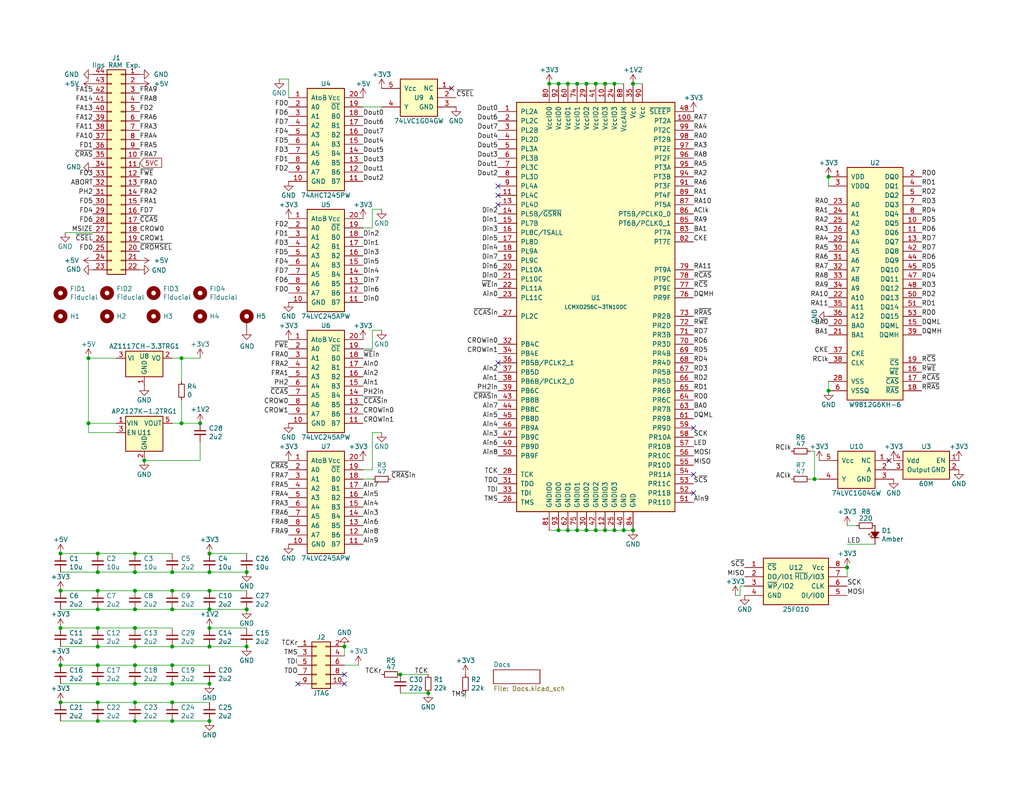
<source format=kicad_sch>
(kicad_sch
	(version 20231120)
	(generator "eeschema")
	(generator_version "8.0")
	(uuid "a3f6dda9-2e80-4e16-9149-caf67df4d359")
	(paper "USLetter")
	(title_block
		(title "GW4201D (RAM2GS II) - LCMXO256 / LCMXO640")
		(date "2024-04-24")
		(rev "2.2")
		(company "Garrett's Workshop")
	)
	
	(junction
		(at 67.31 166.37)
		(diameter 0)
		(color 0 0 0 0)
		(uuid "00cea4ab-8d28-4f5b-b42f-c6f00adead70")
	)
	(junction
		(at 46.99 186.69)
		(diameter 0)
		(color 0 0 0 0)
		(uuid "050e82fb-e70a-4949-b416-8943bdcb799d")
	)
	(junction
		(at 24.13 97.79)
		(diameter 0)
		(color 0 0 0 0)
		(uuid "10f4aa10-e477-4fbf-b6b8-c1799c0574a3")
	)
	(junction
		(at 167.64 22.86)
		(diameter 0)
		(color 0 0 0 0)
		(uuid "11d9958f-5dea-478e-9ac9-76309baeb84b")
	)
	(junction
		(at 26.67 151.13)
		(diameter 0)
		(color 0 0 0 0)
		(uuid "12d72fc6-a64e-485d-9ad6-7bfa22fa3a73")
	)
	(junction
		(at 226.06 106.68)
		(diameter 0)
		(color 0 0 0 0)
		(uuid "193eccc4-95e7-4c36-80b2-704b6a97f8d4")
	)
	(junction
		(at 57.15 171.45)
		(diameter 0)
		(color 0 0 0 0)
		(uuid "1953b7eb-4a13-4878-8aae-895b10a83955")
	)
	(junction
		(at 36.83 196.85)
		(diameter 0)
		(color 0 0 0 0)
		(uuid "197ed6cd-77d8-48b6-ab95-40e550d59f9b")
	)
	(junction
		(at 16.51 191.77)
		(diameter 0)
		(color 0 0 0 0)
		(uuid "23cfe1d8-9883-4657-827b-cb1fc084b5f4")
	)
	(junction
		(at 36.83 181.61)
		(diameter 0)
		(color 0 0 0 0)
		(uuid "2bce216d-e86a-4dce-ba46-c098338d5b07")
	)
	(junction
		(at 16.51 151.13)
		(diameter 0)
		(color 0 0 0 0)
		(uuid "2e42d1ba-f3c3-424f-bc1b-29aa14157762")
	)
	(junction
		(at 36.83 176.53)
		(diameter 0)
		(color 0 0 0 0)
		(uuid "306fe6fc-12bf-4998-bd63-9ba2e14b6bc6")
	)
	(junction
		(at 16.51 161.29)
		(diameter 0)
		(color 0 0 0 0)
		(uuid "3560ba74-e08a-4612-bf6e-c4be25481640")
	)
	(junction
		(at 157.48 144.78)
		(diameter 0)
		(color 0 0 0 0)
		(uuid "35e36603-7dde-4a98-87dc-1395f07ecb7f")
	)
	(junction
		(at 93.98 176.53)
		(diameter 0)
		(color 0 0 0 0)
		(uuid "3cb45491-619e-4637-9646-a399f7890684")
	)
	(junction
		(at 36.83 166.37)
		(diameter 0)
		(color 0 0 0 0)
		(uuid "3e28e381-9002-4bfd-ada3-d1d7aac038aa")
	)
	(junction
		(at 16.51 171.45)
		(diameter 0)
		(color 0 0 0 0)
		(uuid "3e8da0ad-c907-46b9-9b64-09240f000e99")
	)
	(junction
		(at 46.99 161.29)
		(diameter 0)
		(color 0 0 0 0)
		(uuid "42cd63ac-8000-4273-ac49-aef95a85f0f9")
	)
	(junction
		(at 57.15 176.53)
		(diameter 0)
		(color 0 0 0 0)
		(uuid "4b1cd23b-25ce-458f-9f0c-ef104003c7b2")
	)
	(junction
		(at 26.67 196.85)
		(diameter 0)
		(color 0 0 0 0)
		(uuid "4b7e2d23-4561-458d-a871-79209524c6f9")
	)
	(junction
		(at 26.67 166.37)
		(diameter 0)
		(color 0 0 0 0)
		(uuid "5437d17e-f101-4376-8328-2fc9a8be7fe7")
	)
	(junction
		(at 46.99 191.77)
		(diameter 0)
		(color 0 0 0 0)
		(uuid "5a0c452a-76e0-4947-8e7a-662d3f5cdb77")
	)
	(junction
		(at 162.56 144.78)
		(diameter 0)
		(color 0 0 0 0)
		(uuid "5c84e0e8-b733-4082-9d20-ea1cff490500")
	)
	(junction
		(at 36.83 186.69)
		(diameter 0)
		(color 0 0 0 0)
		(uuid "5d6b6993-0931-45b7-ae6a-2a894fb9fea4")
	)
	(junction
		(at 222.25 130.81)
		(diameter 0)
		(color 0 0 0 0)
		(uuid "5ed74f15-4663-40d5-9de6-e0cd9356ef1c")
	)
	(junction
		(at 157.48 22.86)
		(diameter 0)
		(color 0 0 0 0)
		(uuid "5f5e366b-572d-4afd-88d5-f92845434e5e")
	)
	(junction
		(at 152.4 144.78)
		(diameter 0)
		(color 0 0 0 0)
		(uuid "627feea9-42e3-412c-8374-d9bb412470fd")
	)
	(junction
		(at 154.94 22.86)
		(diameter 0)
		(color 0 0 0 0)
		(uuid "6419bd30-832b-42ef-b721-84d8b1ad6c25")
	)
	(junction
		(at 46.99 156.21)
		(diameter 0)
		(color 0 0 0 0)
		(uuid "64fddb53-8e00-4dd9-9386-a420a70869ee")
	)
	(junction
		(at 36.83 171.45)
		(diameter 0)
		(color 0 0 0 0)
		(uuid "6a069582-7d66-4e8a-a468-5839d91fe468")
	)
	(junction
		(at 36.83 156.21)
		(diameter 0)
		(color 0 0 0 0)
		(uuid "76eb941f-0b0f-48c6-9376-cdeade89b8ca")
	)
	(junction
		(at 67.31 176.53)
		(diameter 0)
		(color 0 0 0 0)
		(uuid "7cb0311a-12b8-4380-b56f-df2ae67c8696")
	)
	(junction
		(at 26.67 161.29)
		(diameter 0)
		(color 0 0 0 0)
		(uuid "82980552-598e-4569-b04e-0c630935c47f")
	)
	(junction
		(at 160.02 22.86)
		(diameter 0)
		(color 0 0 0 0)
		(uuid "85f3a75a-875d-41e0-af88-3bd82e43347d")
	)
	(junction
		(at 57.15 186.69)
		(diameter 0)
		(color 0 0 0 0)
		(uuid "8a11f35b-cfa8-4b02-be53-055e9727f802")
	)
	(junction
		(at 49.53 97.79)
		(diameter 0)
		(color 0 0 0 0)
		(uuid "8a3569ae-fd57-428c-8373-45b955268c5c")
	)
	(junction
		(at 26.67 191.77)
		(diameter 0)
		(color 0 0 0 0)
		(uuid "8affa887-3dbe-46ea-a66e-265d16c7a4f9")
	)
	(junction
		(at 231.14 154.94)
		(diameter 0)
		(color 0 0 0 0)
		(uuid "8e5f063b-0c28-45c2-bbe3-63281f5f7e6e")
	)
	(junction
		(at 24.13 115.57)
		(diameter 0)
		(color 0 0 0 0)
		(uuid "91b47516-20cd-46d4-a449-b9674012b507")
	)
	(junction
		(at 46.99 181.61)
		(diameter 0)
		(color 0 0 0 0)
		(uuid "92a9d61d-fd46-44fe-b8bd-75198f90df26")
	)
	(junction
		(at 172.72 22.86)
		(diameter 0)
		(color 0 0 0 0)
		(uuid "982c22f7-4196-400a-86bf-ff0b262901bc")
	)
	(junction
		(at 165.1 144.78)
		(diameter 0)
		(color 0 0 0 0)
		(uuid "a57d19a7-3479-456a-aaff-e7343179669d")
	)
	(junction
		(at 26.67 171.45)
		(diameter 0)
		(color 0 0 0 0)
		(uuid "a5ea99f8-5832-4b88-a82f-3e814141ddca")
	)
	(junction
		(at 57.15 166.37)
		(diameter 0)
		(color 0 0 0 0)
		(uuid "a9690502-2293-4d58-9372-fa9e80024f9d")
	)
	(junction
		(at 167.64 144.78)
		(diameter 0)
		(color 0 0 0 0)
		(uuid "aa293d80-c98a-48aa-92a4-e81e702d26f2")
	)
	(junction
		(at 26.67 186.69)
		(diameter 0)
		(color 0 0 0 0)
		(uuid "aaf0759c-d8fc-43da-9f2b-c527543d9504")
	)
	(junction
		(at 154.94 144.78)
		(diameter 0)
		(color 0 0 0 0)
		(uuid "b1a88bee-15cf-470a-a430-c6a3815cb5ea")
	)
	(junction
		(at 26.67 176.53)
		(diameter 0)
		(color 0 0 0 0)
		(uuid "b438b3bb-f57e-4880-99e5-db56bf04771e")
	)
	(junction
		(at 16.51 181.61)
		(diameter 0)
		(color 0 0 0 0)
		(uuid "b6b6e5b2-bc54-4cc1-9584-bff612e2206b")
	)
	(junction
		(at 67.31 156.21)
		(diameter 0)
		(color 0 0 0 0)
		(uuid "bc9bf578-d03a-4516-a3f9-0c1a35dc4132")
	)
	(junction
		(at 36.83 161.29)
		(diameter 0)
		(color 0 0 0 0)
		(uuid "bd202c48-fc3b-47aa-8568-20350e07a93e")
	)
	(junction
		(at 149.86 22.86)
		(diameter 0)
		(color 0 0 0 0)
		(uuid "bdea82c1-5a00-4973-b64d-90bc4edbd556")
	)
	(junction
		(at 116.84 189.23)
		(diameter 0)
		(color 0 0 0 0)
		(uuid "c029cbc9-ba6e-43f8-ac25-99c225cba500")
	)
	(junction
		(at 172.72 144.78)
		(diameter 0)
		(color 0 0 0 0)
		(uuid "c10338e7-182c-4216-909a-a2a1329d55be")
	)
	(junction
		(at 36.83 151.13)
		(diameter 0)
		(color 0 0 0 0)
		(uuid "c2a26b64-160d-4874-8de5-61c4d2a53c86")
	)
	(junction
		(at 57.15 151.13)
		(diameter 0)
		(color 0 0 0 0)
		(uuid "c2fe315a-63fb-4b9d-8f4d-2fe6beb97c17")
	)
	(junction
		(at 46.99 196.85)
		(diameter 0)
		(color 0 0 0 0)
		(uuid "c41491cf-10ee-4e15-905d-60495da9f728")
	)
	(junction
		(at 162.56 22.86)
		(diameter 0)
		(color 0 0 0 0)
		(uuid "cc32b15b-73da-4b51-a179-d5e8d6ff9c1c")
	)
	(junction
		(at 46.99 176.53)
		(diameter 0)
		(color 0 0 0 0)
		(uuid "cfd82981-7a5e-43d9-be60-c508093b6e98")
	)
	(junction
		(at 165.1 22.86)
		(diameter 0)
		(color 0 0 0 0)
		(uuid "d2aa9e8f-1978-420c-be5c-adbd6e15c08a")
	)
	(junction
		(at 26.67 156.21)
		(diameter 0)
		(color 0 0 0 0)
		(uuid "d37ef442-ec47-43b9-8f50-dbbe35fd222a")
	)
	(junction
		(at 49.53 115.57)
		(diameter 0)
		(color 0 0 0 0)
		(uuid "d3f8f5c4-8be6-4478-8440-15a625d46cae")
	)
	(junction
		(at 226.06 48.26)
		(diameter 0)
		(color 0 0 0 0)
		(uuid "d5715adb-8ab0-48c7-97b5-f709d918298c")
	)
	(junction
		(at 39.37 125.73)
		(diameter 0)
		(color 0 0 0 0)
		(uuid "d8727556-41b2-493d-9498-03b23e3cfbca")
	)
	(junction
		(at 36.83 191.77)
		(diameter 0)
		(color 0 0 0 0)
		(uuid "dd6a5628-ce2c-4458-bc4e-fdee2b8a4303")
	)
	(junction
		(at 26.67 181.61)
		(diameter 0)
		(color 0 0 0 0)
		(uuid "e0a68e3b-90a8-4fed-8806-d2785a784637")
	)
	(junction
		(at 152.4 22.86)
		(diameter 0)
		(color 0 0 0 0)
		(uuid "e655cb38-d12c-4ad3-a36a-705297fe2d87")
	)
	(junction
		(at 57.15 156.21)
		(diameter 0)
		(color 0 0 0 0)
		(uuid "ea2680ce-b8d7-46ee-ab87-636c24e196f8")
	)
	(junction
		(at 46.99 166.37)
		(diameter 0)
		(color 0 0 0 0)
		(uuid "ed2491ab-69e0-42cd-aafa-d336360720f3")
	)
	(junction
		(at 57.15 196.85)
		(diameter 0)
		(color 0 0 0 0)
		(uuid "ee9df1f5-161f-43a5-936b-85ae1e8ad5d5")
	)
	(junction
		(at 160.02 144.78)
		(diameter 0)
		(color 0 0 0 0)
		(uuid "eedbf772-7a5f-4929-b057-b7b2dd47b0b8")
	)
	(junction
		(at 54.61 115.57)
		(diameter 0)
		(color 0 0 0 0)
		(uuid "f0235bb0-5ccd-45ef-ac2d-e1b0b231bdf4")
	)
	(junction
		(at 170.18 144.78)
		(diameter 0)
		(color 0 0 0 0)
		(uuid "f8ecf57e-7476-4a4b-bf7c-dcc24debe20c")
	)
	(junction
		(at 109.22 184.15)
		(diameter 0)
		(color 0 0 0 0)
		(uuid "fbfbe4bc-f059-4f48-aece-0e63e2aa0e47")
	)
	(junction
		(at 57.15 161.29)
		(diameter 0)
		(color 0 0 0 0)
		(uuid "fd0d217b-f010-485f-aa68-0d35ee34983d")
	)
	(no_connect
		(at 189.23 116.84)
		(uuid "08ac2ace-02bf-4e0f-8bd2-c6504cad27f6")
	)
	(no_connect
		(at 135.89 53.34)
		(uuid "0b937a0d-9e93-48e2-ab2c-81da1693adb0")
	)
	(no_connect
		(at 135.89 99.06)
		(uuid "10895337-0734-446f-8192-1fba55d70235")
	)
	(no_connect
		(at 93.98 184.15)
		(uuid "1d7cb560-69bf-41dc-beba-3c808a42d3ef")
	)
	(no_connect
		(at 242.57 125.73)
		(uuid "4ad2ed7f-f83c-47d2-b62d-1c2d31dc756f")
	)
	(no_connect
		(at 123.19 24.13)
		(uuid "5902345f-f686-4c82-933e-aba3df845719")
	)
	(no_connect
		(at 81.28 186.69)
		(uuid "6031acc3-7c4c-48cf-9a29-8af741ae1f42")
	)
	(no_connect
		(at 189.23 134.62)
		(uuid "6a70cf30-9a78-46ea-b452-49560e9b470b")
	)
	(no_connect
		(at 93.98 186.69)
		(uuid "76a9932d-6286-4dd0-9277-4d3ee06cd19b")
	)
	(no_connect
		(at 135.89 55.88)
		(uuid "7b45be9a-0f14-4c55-ac19-30c40352aa18")
	)
	(no_connect
		(at 189.23 129.54)
		(uuid "7f217862-89ab-43ef-8c33-e738e7dffc3d")
	)
	(no_connect
		(at 135.89 50.8)
		(uuid "bb970f3a-9be6-4388-8f2e-4e1e5de09bdc")
	)
	(wire
		(pts
			(xy 67.31 161.29) (xy 57.15 161.29)
		)
		(stroke
			(width 0)
			(type default)
		)
		(uuid "00067319-8bd8-4d6f-a2c8-a0d0e83071ba")
	)
	(wire
		(pts
			(xy 46.99 156.21) (xy 57.15 156.21)
		)
		(stroke
			(width 0)
			(type default)
		)
		(uuid "017dfcea-9db8-4c02-a792-c94be4abc960")
	)
	(wire
		(pts
			(xy 160.02 22.86) (xy 157.48 22.86)
		)
		(stroke
			(width 0)
			(type default)
		)
		(uuid "02616bb0-ca35-4a86-9b11-ff9b4d05e9cf")
	)
	(wire
		(pts
			(xy 157.48 144.78) (xy 154.94 144.78)
		)
		(stroke
			(width 0)
			(type default)
		)
		(uuid "027ab2fb-69be-40b9-86f6-27fa81af4000")
	)
	(wire
		(pts
			(xy 16.51 166.37) (xy 26.67 166.37)
		)
		(stroke
			(width 0)
			(type default)
		)
		(uuid "036e9217-ffcf-4572-ba75-f10f1af4e8b1")
	)
	(wire
		(pts
			(xy 46.99 191.77) (xy 57.15 191.77)
		)
		(stroke
			(width 0)
			(type default)
		)
		(uuid "05a2b76b-f61b-4e69-a953-3834c8b8851f")
	)
	(wire
		(pts
			(xy 46.99 181.61) (xy 57.15 181.61)
		)
		(stroke
			(width 0)
			(type default)
		)
		(uuid "0b6669c4-3fb6-4741-91b1-53e9ebf58b02")
	)
	(wire
		(pts
			(xy 67.31 151.13) (xy 57.15 151.13)
		)
		(stroke
			(width 0)
			(type default)
		)
		(uuid "0bcd3fb6-1bd2-466a-9e6e-190d9f25bedf")
	)
	(wire
		(pts
			(xy 16.51 171.45) (xy 26.67 171.45)
		)
		(stroke
			(width 0)
			(type default)
		)
		(uuid "0f1ad365-045a-478c-8dc7-3cf7d335f4dd")
	)
	(wire
		(pts
			(xy 154.94 22.86) (xy 152.4 22.86)
		)
		(stroke
			(width 0)
			(type default)
		)
		(uuid "11006a48-6805-46b6-a0b2-99c08ecf26df")
	)
	(wire
		(pts
			(xy 101.6 95.25) (xy 99.06 95.25)
		)
		(stroke
			(width 0)
			(type default)
		)
		(uuid "11957b7f-5909-49a0-8a61-2ed9f4ebe92f")
	)
	(wire
		(pts
			(xy 101.6 62.23) (xy 99.06 62.23)
		)
		(stroke
			(width 0)
			(type default)
		)
		(uuid "11ea2371-37be-4a2c-9a8e-83ed50d47467")
	)
	(wire
		(pts
			(xy 36.83 171.45) (xy 46.99 171.45)
		)
		(stroke
			(width 0)
			(type default)
		)
		(uuid "1d302c7b-8d6f-4d24-84c0-79791b62b76e")
	)
	(wire
		(pts
			(xy 101.6 62.23) (xy 101.6 57.15)
		)
		(stroke
			(width 0)
			(type default)
		)
		(uuid "1da15c56-dbca-4a37-a41b-33c64bde8c0c")
	)
	(wire
		(pts
			(xy 26.67 166.37) (xy 36.83 166.37)
		)
		(stroke
			(width 0)
			(type default)
		)
		(uuid "1fd201a8-d125-43b3-9a80-2662240377e3")
	)
	(wire
		(pts
			(xy 157.48 22.86) (xy 154.94 22.86)
		)
		(stroke
			(width 0)
			(type default)
		)
		(uuid "20b77dca-7e38-491f-966f-daaabf8ee16c")
	)
	(wire
		(pts
			(xy 46.99 176.53) (xy 57.15 176.53)
		)
		(stroke
			(width 0)
			(type default)
		)
		(uuid "20bdab28-1c58-4237-b7e8-b1d4d0c37032")
	)
	(wire
		(pts
			(xy 36.83 181.61) (xy 46.99 181.61)
		)
		(stroke
			(width 0)
			(type default)
		)
		(uuid "20ea7842-2a0d-4b5e-8476-678fec3c6643")
	)
	(wire
		(pts
			(xy 36.83 196.85) (xy 46.99 196.85)
		)
		(stroke
			(width 0)
			(type default)
		)
		(uuid "3212ab9a-210a-4068-b797-e027d1dc351e")
	)
	(wire
		(pts
			(xy 154.94 144.78) (xy 152.4 144.78)
		)
		(stroke
			(width 0)
			(type default)
		)
		(uuid "32a4fa14-cca4-4788-bfda-61f39f8cb4bd")
	)
	(wire
		(pts
			(xy 101.6 130.81) (xy 99.06 130.81)
		)
		(stroke
			(width 0)
			(type default)
		)
		(uuid "3d97b96e-cfd6-4b83-a252-d52c5d0062fa")
	)
	(wire
		(pts
			(xy 36.83 186.69) (xy 46.99 186.69)
		)
		(stroke
			(width 0)
			(type default)
		)
		(uuid "3f3b4064-fda4-47b5-b045-8a2f9f96c68a")
	)
	(wire
		(pts
			(xy 57.15 176.53) (xy 67.31 176.53)
		)
		(stroke
			(width 0)
			(type default)
		)
		(uuid "4239eba0-ccf9-4613-bb76-10b1068a986e")
	)
	(wire
		(pts
			(xy 26.67 156.21) (xy 36.83 156.21)
		)
		(stroke
			(width 0)
			(type default)
		)
		(uuid "44413203-7103-49f4-b40b-3f90a04a9703")
	)
	(wire
		(pts
			(xy 116.84 189.23) (xy 109.22 189.23)
		)
		(stroke
			(width 0)
			(type default)
		)
		(uuid "46b76150-974c-400f-9588-0e4d2fbce2d9")
	)
	(wire
		(pts
			(xy 16.51 186.69) (xy 26.67 186.69)
		)
		(stroke
			(width 0)
			(type default)
		)
		(uuid "47430209-8ad7-40b6-9eb5-7c32d276b0a6")
	)
	(wire
		(pts
			(xy 36.83 156.21) (xy 46.99 156.21)
		)
		(stroke
			(width 0)
			(type default)
		)
		(uuid "49b2445d-cb26-4b6a-bcc1-4bc81ffb35c4")
	)
	(wire
		(pts
			(xy 57.15 171.45) (xy 67.31 171.45)
		)
		(stroke
			(width 0)
			(type default)
		)
		(uuid "4baf3a18-29c5-4053-ae39-eca6c41a1f90")
	)
	(wire
		(pts
			(xy 222.25 130.81) (xy 223.52 130.81)
		)
		(stroke
			(width 0)
			(type default)
		)
		(uuid "503d16a6-77b1-4f0c-963c-445a21f839e5")
	)
	(wire
		(pts
			(xy 222.25 130.81) (xy 222.25 123.19)
		)
		(stroke
			(width 0)
			(type default)
		)
		(uuid "5a379783-3e69-44ba-a6ff-997655390917")
	)
	(wire
		(pts
			(xy 101.6 128.27) (xy 99.06 128.27)
		)
		(stroke
			(width 0)
			(type default)
		)
		(uuid "5c03b398-17b4-4d21-bdea-66b5beb11a2d")
	)
	(wire
		(pts
			(xy 54.61 115.57) (xy 49.53 115.57)
		)
		(stroke
			(width 0)
			(type default)
		)
		(uuid "5c583b79-f1f7-4d9b-9f22-562ebc3d7169")
	)
	(wire
		(pts
			(xy 226.06 48.26) (xy 226.06 50.8)
		)
		(stroke
			(width 0)
			(type default)
		)
		(uuid "5e18705c-1f05-46f2-8155-cfc3ee906333")
	)
	(wire
		(pts
			(xy 49.53 104.14) (xy 49.53 97.79)
		)
		(stroke
			(width 0)
			(type default)
		)
		(uuid "5fe89fdb-a117-431f-8c31-aac071623a8c")
	)
	(wire
		(pts
			(xy 165.1 22.86) (xy 162.56 22.86)
		)
		(stroke
			(width 0)
			(type default)
		)
		(uuid "60dafa7f-ded3-428b-bfb8-570342d3f41e")
	)
	(wire
		(pts
			(xy 26.67 171.45) (xy 36.83 171.45)
		)
		(stroke
			(width 0)
			(type default)
		)
		(uuid "63928c36-84d9-4621-8d4a-02d8aad59252")
	)
	(wire
		(pts
			(xy 220.98 130.81) (xy 222.25 130.81)
		)
		(stroke
			(width 0)
			(type default)
		)
		(uuid "65b57bca-3c3e-4eb0-ae98-9723432f39f3")
	)
	(wire
		(pts
			(xy 162.56 22.86) (xy 160.02 22.86)
		)
		(stroke
			(width 0)
			(type default)
		)
		(uuid "6cbec1d7-d1db-4ce6-b136-1d638a8ef3db")
	)
	(wire
		(pts
			(xy 101.6 118.11) (xy 101.6 128.27)
		)
		(stroke
			(width 0)
			(type default)
		)
		(uuid "6e9a587c-3699-4f25-a0ce-bdc7bb7283e7")
	)
	(wire
		(pts
			(xy 36.83 166.37) (xy 46.99 166.37)
		)
		(stroke
			(width 0)
			(type default)
		)
		(uuid "70110f7d-72e1-43a9-8640-5ee6e5c1d828")
	)
	(wire
		(pts
			(xy 36.83 191.77) (xy 46.99 191.77)
		)
		(stroke
			(width 0)
			(type default)
		)
		(uuid "73cd9c92-9d96-4c07-9ff3-450f25777aa0")
	)
	(wire
		(pts
			(xy 238.76 148.59) (xy 231.14 148.59)
		)
		(stroke
			(width 0)
			(type default)
		)
		(uuid "73ec8c25-b94e-42e3-9b70-391af78ac366")
	)
	(wire
		(pts
			(xy 104.14 29.21) (xy 99.06 29.21)
		)
		(stroke
			(width 0)
			(type default)
		)
		(uuid "74c79f7c-e2e2-48b5-bc42-a82188c63d79")
	)
	(wire
		(pts
			(xy 36.83 151.13) (xy 46.99 151.13)
		)
		(stroke
			(width 0)
			(type default)
		)
		(uuid "74ff62ed-4833-456e-951c-d8fa52b8e256")
	)
	(wire
		(pts
			(xy 24.13 115.57) (xy 24.13 97.79)
		)
		(stroke
			(width 0)
			(type default)
		)
		(uuid "7712b84d-1719-40ad-ab5f-064db1644dec")
	)
	(wire
		(pts
			(xy 46.99 196.85) (xy 57.15 196.85)
		)
		(stroke
			(width 0)
			(type default)
		)
		(uuid "776b89e0-c318-4a4f-98a3-2331ba680016")
	)
	(wire
		(pts
			(xy 31.75 115.57) (xy 24.13 115.57)
		)
		(stroke
			(width 0)
			(type default)
		)
		(uuid "790364ab-ce36-489c-bf0a-79b2b2fd0fce")
	)
	(wire
		(pts
			(xy 16.51 176.53) (xy 26.67 176.53)
		)
		(stroke
			(width 0)
			(type default)
		)
		(uuid "7ab09536-022f-406e-8a6d-505846f2345e")
	)
	(wire
		(pts
			(xy 78.74 26.67) (xy 78.74 21.59)
		)
		(stroke
			(width 0)
			(type default)
		)
		(uuid "7dad0bbb-e815-4a1d-97fb-cbd332f696b6")
	)
	(wire
		(pts
			(xy 167.64 22.86) (xy 165.1 22.86)
		)
		(stroke
			(width 0)
			(type default)
		)
		(uuid "7e20ecdc-d7ae-4761-984b-b3b2260255a8")
	)
	(wire
		(pts
			(xy 172.72 144.78) (xy 170.18 144.78)
		)
		(stroke
			(width 0)
			(type default)
		)
		(uuid "7fa0ce51-e012-41f8-8ce7-4a14ce94e669")
	)
	(wire
		(pts
			(xy 201.93 160.02) (xy 201.93 162.56)
		)
		(stroke
			(width 0)
			(type default)
		)
		(uuid "81299c9a-65b0-4d55-8252-3a314f432f68")
	)
	(wire
		(pts
			(xy 46.99 186.69) (xy 57.15 186.69)
		)
		(stroke
			(width 0)
			(type default)
		)
		(uuid "8158e19d-05ea-43df-ad76-c3d1fec39c10")
	)
	(wire
		(pts
			(xy 26.67 161.29) (xy 36.83 161.29)
		)
		(stroke
			(width 0)
			(type default)
		)
		(uuid "82331480-a4e8-47f9-a6e8-ada209d69973")
	)
	(wire
		(pts
			(xy 49.53 115.57) (xy 46.99 115.57)
		)
		(stroke
			(width 0)
			(type default)
		)
		(uuid "849e683a-d1e6-4fe4-9974-43b91c82c679")
	)
	(wire
		(pts
			(xy 38.1 44.45) (xy 38.1 45.72)
		)
		(stroke
			(width 0)
			(type default)
		)
		(uuid "8ad0a09d-c762-4b7e-8155-266c6b91981a")
	)
	(wire
		(pts
			(xy 149.86 22.86) (xy 152.4 22.86)
		)
		(stroke
			(width 0)
			(type default)
		)
		(uuid "8bff3745-125f-41bf-9bec-045340cf642d")
	)
	(wire
		(pts
			(xy 170.18 144.78) (xy 167.64 144.78)
		)
		(stroke
			(width 0)
			(type default)
		)
		(uuid "8c1541cd-546d-49c3-a3bf-8f4616f490c3")
	)
	(wire
		(pts
			(xy 160.02 144.78) (xy 157.48 144.78)
		)
		(stroke
			(width 0)
			(type default)
		)
		(uuid "908d5dc3-8c0c-4755-b0b2-a274f6231514")
	)
	(wire
		(pts
			(xy 46.99 166.37) (xy 57.15 166.37)
		)
		(stroke
			(width 0)
			(type default)
		)
		(uuid "91adc4d1-22e9-4ec6-b130-98f58490c52d")
	)
	(wire
		(pts
			(xy 78.74 21.59) (xy 76.2 21.59)
		)
		(stroke
			(width 0)
			(type default)
		)
		(uuid "9227a7ae-3494-4466-859a-258f27a879a6")
	)
	(wire
		(pts
			(xy 165.1 144.78) (xy 162.56 144.78)
		)
		(stroke
			(width 0)
			(type default)
		)
		(uuid "94277a28-c974-447a-86f4-93fc22131c5e")
	)
	(wire
		(pts
			(xy 26.67 191.77) (xy 36.83 191.77)
		)
		(stroke
			(width 0)
			(type default)
		)
		(uuid "946ad1f0-b092-491b-8e05-6556fe9b83a7")
	)
	(wire
		(pts
			(xy 127 190.5) (xy 127 189.23)
		)
		(stroke
			(width 0)
			(type default)
		)
		(uuid "98bc77cb-eb77-4bfb-8690-fa7e1faa4e17")
	)
	(wire
		(pts
			(xy 172.72 22.86) (xy 175.26 22.86)
		)
		(stroke
			(width 0)
			(type default)
		)
		(uuid "9abc065a-5f48-4bae-9747-b1e5a5292dfc")
	)
	(wire
		(pts
			(xy 57.15 156.21) (xy 67.31 156.21)
		)
		(stroke
			(width 0)
			(type default)
		)
		(uuid "9b92a990-e9ec-4605-8b8c-cc804ab21386")
	)
	(wire
		(pts
			(xy 26.67 151.13) (xy 36.83 151.13)
		)
		(stroke
			(width 0)
			(type default)
		)
		(uuid "9e463701-d153-4663-b845-54355d1dc4ef")
	)
	(wire
		(pts
			(xy 201.93 162.56) (xy 200.66 162.56)
		)
		(stroke
			(width 0)
			(type default)
		)
		(uuid "9ead6b37-d095-4727-9245-22bb8a651084")
	)
	(wire
		(pts
			(xy 24.13 118.11) (xy 24.13 115.57)
		)
		(stroke
			(width 0)
			(type default)
		)
		(uuid "a229384b-1994-41cf-8853-dd591d516e71")
	)
	(wire
		(pts
			(xy 26.67 181.61) (xy 36.83 181.61)
		)
		(stroke
			(width 0)
			(type default)
		)
		(uuid "a6eecc42-eb74-433f-ae5a-e4a1c8799331")
	)
	(wire
		(pts
			(xy 16.51 181.61) (xy 26.67 181.61)
		)
		(stroke
			(width 0)
			(type default)
		)
		(uuid "a7f81e19-e8ce-4beb-ae69-2dd46ddf8a98")
	)
	(wire
		(pts
			(xy 203.2 160.02) (xy 201.93 160.02)
		)
		(stroke
			(width 0)
			(type default)
		)
		(uuid "aabbf700-afa5-4d6f-a3f6-d4bf91b02dff")
	)
	(wire
		(pts
			(xy 54.61 97.79) (xy 49.53 97.79)
		)
		(stroke
			(width 0)
			(type default)
		)
		(uuid "ac6b8783-4860-4216-b8e8-9abdac688847")
	)
	(wire
		(pts
			(xy 101.6 95.25) (xy 101.6 90.17)
		)
		(stroke
			(width 0)
			(type default)
		)
		(uuid "ae2163f9-0eff-4cc1-894b-35288c8cdd3c")
	)
	(wire
		(pts
			(xy 54.61 120.65) (xy 54.61 125.73)
		)
		(stroke
			(width 0)
			(type default)
		)
		(uuid "aea3635c-51e0-48a1-b51e-d3ef5d1ef51a")
	)
	(wire
		(pts
			(xy 24.13 97.79) (xy 31.75 97.79)
		)
		(stroke
			(width 0)
			(type default)
		)
		(uuid "b13978d3-11fe-43c9-b297-eabf587d2543")
	)
	(wire
		(pts
			(xy 167.64 22.86) (xy 170.18 22.86)
		)
		(stroke
			(width 0)
			(type default)
		)
		(uuid "b2cfbf63-6b66-4187-b5a4-1421295b72f8")
	)
	(wire
		(pts
			(xy 222.25 123.19) (xy 220.98 123.19)
		)
		(stroke
			(width 0)
			(type default)
		)
		(uuid "b48c3ede-23bd-4e7a-b6db-c27bd7064d50")
	)
	(wire
		(pts
			(xy 231.14 143.51) (xy 233.68 143.51)
		)
		(stroke
			(width 0)
			(type default)
		)
		(uuid "b8f4856a-d86f-4206-ab9d-c35284c65190")
	)
	(wire
		(pts
			(xy 149.86 144.78) (xy 152.4 144.78)
		)
		(stroke
			(width 0)
			(type default)
		)
		(uuid "bdc9af70-17eb-45e5-918e-0c7d746b1136")
	)
	(wire
		(pts
			(xy 101.6 118.11) (xy 104.14 118.11)
		)
		(stroke
			(width 0)
			(type default)
		)
		(uuid "c4743e13-9ab5-4939-aadd-fa347b8158dd")
	)
	(wire
		(pts
			(xy 101.6 90.17) (xy 104.14 90.17)
		)
		(stroke
			(width 0)
			(type default)
		)
		(uuid "c4af44a5-c812-4ccb-b3f4-c472f1ae7e27")
	)
	(wire
		(pts
			(xy 16.51 156.21) (xy 26.67 156.21)
		)
		(stroke
			(width 0)
			(type default)
		)
		(uuid "c5cfb220-15f2-4e74-b15d-5c8974470d94")
	)
	(wire
		(pts
			(xy 54.61 125.73) (xy 39.37 125.73)
		)
		(stroke
			(width 0)
			(type default)
		)
		(uuid "c96b442d-9cc4-4c14-873d-b1681f23d7fc")
	)
	(wire
		(pts
			(xy 49.53 109.22) (xy 49.53 115.57)
		)
		(stroke
			(width 0)
			(type default)
		)
		(uuid "cc0b063c-3be7-4913-8699-67b3abdbccb2")
	)
	(wire
		(pts
			(xy 162.56 144.78) (xy 160.02 144.78)
		)
		(stroke
			(width 0)
			(type default)
		)
		(uuid "cc9d9dbf-96f3-4447-bd8f-9f0cf9d4ad29")
	)
	(wire
		(pts
			(xy 226.06 106.68) (xy 226.06 104.14)
		)
		(stroke
			(width 0)
			(type default)
		)
		(uuid "ce47ec78-1f68-4974-ac4e-5b41a9d34b1a")
	)
	(wire
		(pts
			(xy 16.51 161.29) (xy 26.67 161.29)
		)
		(stroke
			(width 0)
			(type default)
		)
		(uuid "cf3565e1-cf7b-49b5-a53f-f0503e5b07c2")
	)
	(wire
		(pts
			(xy 17.78 63.5) (xy 25.4 63.5)
		)
		(stroke
			(width 0)
			(type default)
		)
		(uuid "d023565f-b84f-4c82-8860-340c658a71b5")
	)
	(wire
		(pts
			(xy 36.83 176.53) (xy 46.99 176.53)
		)
		(stroke
			(width 0)
			(type default)
		)
		(uuid "d1e70be4-719b-46c9-88d6-b019ea5d0df0")
	)
	(wire
		(pts
			(xy 57.15 166.37) (xy 67.31 166.37)
		)
		(stroke
			(width 0)
			(type default)
		)
		(uuid "d6905e29-e338-4c6c-b41a-64c54f3585bd")
	)
	(wire
		(pts
			(xy 167.64 144.78) (xy 165.1 144.78)
		)
		(stroke
			(width 0)
			(type default)
		)
		(uuid "d92e4a2b-fa0d-4a0c-adaf-d6f6293cf7f8")
	)
	(wire
		(pts
			(xy 26.67 186.69) (xy 36.83 186.69)
		)
		(stroke
			(width 0)
			(type default)
		)
		(uuid "d9ef19de-1fde-43bf-8b6b-b83a8cd0ac70")
	)
	(wire
		(pts
			(xy 231.14 154.94) (xy 231.14 157.48)
		)
		(stroke
			(width 0)
			(type default)
		)
		(uuid "db87f825-defa-4f0e-ad3e-bea6e818ccf0")
	)
	(wire
		(pts
			(xy 16.51 196.85) (xy 26.67 196.85)
		)
		(stroke
			(width 0)
			(type default)
		)
		(uuid "e0bdb141-2b44-41cd-91ed-ec94389fca73")
	)
	(wire
		(pts
			(xy 26.67 196.85) (xy 36.83 196.85)
		)
		(stroke
			(width 0)
			(type default)
		)
		(uuid "e26f0f4c-e048-4301-8783-2ffcbdd9e1b4")
	)
	(wire
		(pts
			(xy 49.53 97.79) (xy 46.99 97.79)
		)
		(stroke
			(width 0)
			(type default)
		)
		(uuid "e319221b-0426-4169-b9ff-101764e07809")
	)
	(wire
		(pts
			(xy 16.51 151.13) (xy 26.67 151.13)
		)
		(stroke
			(width 0)
			(type default)
		)
		(uuid "e3c82602-3b4e-4524-a810-fb8fa0a5df58")
	)
	(wire
		(pts
			(xy 101.6 57.15) (xy 104.14 57.15)
		)
		(stroke
			(width 0)
			(type default)
		)
		(uuid "e4131c8d-3748-43b0-880b-64bfe9a25bf1")
	)
	(wire
		(pts
			(xy 31.75 118.11) (xy 24.13 118.11)
		)
		(stroke
			(width 0)
			(type default)
		)
		(uuid "e769144a-6410-4698-812c-dfd102f2c83f")
	)
	(wire
		(pts
			(xy 16.51 191.77) (xy 26.67 191.77)
		)
		(stroke
			(width 0)
			(type default)
		)
		(uuid "ea6a16f2-0bb5-44b9-823b-c7bca49b87fa")
	)
	(wire
		(pts
			(xy 36.83 161.29) (xy 46.99 161.29)
		)
		(stroke
			(width 0)
			(type default)
		)
		(uuid "eaac3394-e380-487f-aae5-338562b2751b")
	)
	(wire
		(pts
			(xy 93.98 176.53) (xy 93.98 179.07)
		)
		(stroke
			(width 0)
			(type default)
		)
		(uuid "eab149e0-c3ab-48af-8262-59b404958c7f")
	)
	(wire
		(pts
			(xy 116.84 184.15) (xy 109.22 184.15)
		)
		(stroke
			(width 0)
			(type default)
		)
		(uuid "ec0cc3ee-15d8-4e72-b0a0-62bf932eb470")
	)
	(wire
		(pts
			(xy 97.79 181.61) (xy 93.98 181.61)
		)
		(stroke
			(width 0)
			(type default)
		)
		(uuid "f20784ce-285d-4688-b8ac-0f5dc5ca2245")
	)
	(wire
		(pts
			(xy 46.99 161.29) (xy 57.15 161.29)
		)
		(stroke
			(width 0)
			(type default)
		)
		(uuid "f4dda49c-9551-4e8c-b0a8-bb7da71a7a82")
	)
	(wire
		(pts
			(xy 26.67 176.53) (xy 36.83 176.53)
		)
		(stroke
			(width 0)
			(type default)
		)
		(uuid "ff573984-b1f0-48bd-b075-8f6765812140")
	)
	(label "Ain1"
		(at 99.06 105.41 0)
		(fields_autoplaced yes)
		(effects
			(font
				(size 1.27 1.27)
			)
			(justify left bottom)
		)
		(uuid "04e51c2f-a1ec-4865-b90d-d7101a034fe3")
	)
	(label "FD2"
		(at 78.74 62.23 180)
		(fields_autoplaced yes)
		(effects
			(font
				(size 1.27 1.27)
			)
			(justify right bottom)
		)
		(uuid "057fd2c1-592b-46ae-9a79-2ea3cc477e18")
	)
	(label "RA4"
		(at 226.06 66.04 180)
		(fields_autoplaced yes)
		(effects
			(font
				(size 1.27 1.27)
			)
			(justify right bottom)
		)
		(uuid "060309f1-8c69-4ed4-a59f-27ae5e810d14")
	)
	(label "Ain3"
		(at 135.89 119.38 180)
		(fields_autoplaced yes)
		(effects
			(font
				(size 1.27 1.27)
			)
			(justify right bottom)
		)
		(uuid "07b4ced2-6d20-481c-b78e-b742b61e4d69")
	)
	(label "Ain2"
		(at 99.06 102.87 0)
		(fields_autoplaced yes)
		(effects
			(font
				(size 1.27 1.27)
			)
			(justify left bottom)
		)
		(uuid "08381fe6-ee33-4960-aa13-2a33a4fd6d03")
	)
	(label "RD6"
		(at 251.46 63.5 0)
		(fields_autoplaced yes)
		(effects
			(font
				(size 1.27 1.27)
			)
			(justify left bottom)
		)
		(uuid "08df10a9-1956-465b-809d-e58c3d73266e")
	)
	(label "FD5"
		(at 78.74 69.85 180)
		(fields_autoplaced yes)
		(effects
			(font
				(size 1.27 1.27)
			)
			(justify right bottom)
		)
		(uuid "08f02ebe-ae8f-46eb-a71c-8302f3097937")
	)
	(label "TMS"
		(at 81.28 179.07 180)
		(fields_autoplaced yes)
		(effects
			(font
				(size 1.27 1.27)
			)
			(justify right bottom)
		)
		(uuid "09b97195-4a22-45a3-9f4f-4fd37078073f")
	)
	(label "RD7"
		(at 251.46 66.04 0)
		(fields_autoplaced yes)
		(effects
			(font
				(size 1.27 1.27)
			)
			(justify left bottom)
		)
		(uuid "0b7305f0-910c-4fca-8516-f5b833910ce9")
	)
	(label "Din5"
		(at 135.89 66.04 180)
		(fields_autoplaced yes)
		(effects
			(font
				(size 1.27 1.27)
			)
			(justify right bottom)
		)
		(uuid "0bed3cdd-339b-461d-a2e7-2b562f2200f6")
	)
	(label "Ain6"
		(at 99.06 143.51 0)
		(fields_autoplaced yes)
		(effects
			(font
				(size 1.27 1.27)
			)
			(justify left bottom)
		)
		(uuid "0c576c51-ea44-48e9-abfe-1d4eafe38a07")
	)
	(label "RA5"
		(at 226.06 68.58 180)
		(fields_autoplaced yes)
		(effects
			(font
				(size 1.27 1.27)
			)
			(justify right bottom)
		)
		(uuid "0e013b31-f508-4b44-b8bd-f8e54c2048fd")
	)
	(label "RA10"
		(at 226.06 81.28 180)
		(fields_autoplaced yes)
		(effects
			(font
				(size 1.27 1.27)
			)
			(justify right bottom)
		)
		(uuid "0e0345d7-bac6-4530-b460-0c7bac4f0eed")
	)
	(label "TDO"
		(at 81.28 184.15 180)
		(fields_autoplaced yes)
		(effects
			(font
				(size 1.27 1.27)
			)
			(justify right bottom)
		)
		(uuid "0f10edda-80d2-467a-8807-bd572d4bb4be")
	)
	(label "RClk"
		(at 226.06 99.06 180)
		(fields_autoplaced yes)
		(effects
			(font
				(size 1.27 1.27)
			)
			(justify right bottom)
		)
		(uuid "13c8c350-1622-4bc1-acef-fec7d290c5a5")
	)
	(label "FA13"
		(at 25.4 30.48 180)
		(fields_autoplaced yes)
		(effects
			(font
				(size 1.27 1.27)
			)
			(justify right bottom)
		)
		(uuid "144af23c-2fae-4c74-af8a-a0368620583f")
	)
	(label "RD5"
		(at 189.23 96.52 0)
		(fields_autoplaced yes)
		(effects
			(font
				(size 1.27 1.27)
			)
			(justify left bottom)
		)
		(uuid "1494feb0-58cb-4cb8-aa55-ddea0649ba7d")
	)
	(label "RA8"
		(at 226.06 76.2 180)
		(fields_autoplaced yes)
		(effects
			(font
				(size 1.27 1.27)
			)
			(justify right bottom)
		)
		(uuid "177adcc5-e5a2-42b0-9d4e-d822c456f6aa")
	)
	(label "CROWin1"
		(at 135.89 96.52 180)
		(fields_autoplaced yes)
		(effects
			(font
				(size 1.27 1.27)
			)
			(justify right bottom)
		)
		(uuid "1797293c-78c7-40fc-89a4-5721d299b1a0")
	)
	(label "RD0"
		(at 251.46 86.36 0)
		(fields_autoplaced yes)
		(effects
			(font
				(size 1.27 1.27)
			)
			(justify left bottom)
		)
		(uuid "184e6412-8fa2-40f1-b91b-d0bdcb65dcca")
	)
	(label "FD5"
		(at 78.74 39.37 180)
		(fields_autoplaced yes)
		(effects
			(font
				(size 1.27 1.27)
			)
			(justify right bottom)
		)
		(uuid "19e2ed35-bf2a-4ca1-b528-fbd7c6e12560")
	)
	(label "Ain9"
		(at 189.23 137.16 0)
		(fields_autoplaced yes)
		(effects
			(font
				(size 1.27 1.27)
			)
			(justify left bottom)
		)
		(uuid "1a95b95b-8109-489b-a77d-81f546b3846f")
	)
	(label "FRA2"
		(at 38.1 53.34 0)
		(fields_autoplaced yes)
		(effects
			(font
				(size 1.27 1.27)
			)
			(justify left bottom)
		)
		(uuid "1e8f6970-9ac8-42c0-9cd8-e4e3da729f7e")
	)
	(label "CKE"
		(at 226.06 96.52 180)
		(fields_autoplaced yes)
		(effects
			(font
				(size 1.27 1.27)
			)
			(justify right bottom)
		)
		(uuid "1f5c8b9a-2f4e-4862-b66c-0fe2c3d70515")
	)
	(label "DQMH"
		(at 251.46 91.44 0)
		(fields_autoplaced yes)
		(effects
			(font
				(size 1.27 1.27)
			)
			(justify left bottom)
		)
		(uuid "21889136-f1d1-4f33-b874-10f57ad7173e")
	)
	(label "Dout7"
		(at 99.06 36.83 0)
		(fields_autoplaced yes)
		(effects
			(font
				(size 1.27 1.27)
			)
			(justify left bottom)
		)
		(uuid "24cb2be7-8047-491c-a567-7b45356fe0b0")
	)
	(label "TDI"
		(at 135.89 134.62 180)
		(fields_autoplaced yes)
		(effects
			(font
				(size 1.27 1.27)
			)
			(justify right bottom)
		)
		(uuid "253b6898-368a-4393-826a-6baff6d64152")
	)
	(label "CROWin1"
		(at 99.06 115.57 0)
		(fields_autoplaced yes)
		(effects
			(font
				(size 1.27 1.27)
			)
			(justify left bottom)
		)
		(uuid "25be365e-5dd2-443c-8de8-43abbf544e0d")
	)
	(label "Ain8"
		(at 135.89 124.46 180)
		(fields_autoplaced yes)
		(effects
			(font
				(size 1.27 1.27)
			)
			(justify right bottom)
		)
		(uuid "267d84c5-dbb9-4333-bece-24066b91617a")
	)
	(label "RClk"
		(at 215.9 123.19 180)
		(fields_autoplaced yes)
		(effects
			(font
				(size 1.27 1.27)
			)
			(justify right bottom)
		)
		(uuid "270b480b-5188-47e0-9b15-b5dee76a4b80")
	)
	(label "RD1"
		(at 251.46 83.82 0)
		(fields_autoplaced yes)
		(effects
			(font
				(size 1.27 1.27)
			)
			(justify left bottom)
		)
		(uuid "2a3af7d5-c911-4e55-9ac0-ece4101765ae")
	)
	(label "FA14"
		(at 25.4 27.94 180)
		(fields_autoplaced yes)
		(effects
			(font
				(size 1.27 1.27)
			)
			(justify right bottom)
		)
		(uuid "2ae4947b-6c1e-43af-9893-c85b85961746")
	)
	(label "R~{CAS}"
		(at 189.23 76.2 0)
		(fields_autoplaced yes)
		(effects
			(font
				(size 1.27 1.27)
			)
			(justify left bottom)
		)
		(uuid "2d283f04-d44b-4b46-b8a1-547628a5cf1b")
	)
	(label "~{CCAS}"
		(at 38.1 60.96 0)
		(fields_autoplaced yes)
		(effects
			(font
				(size 1.27 1.27)
			)
			(justify left bottom)
		)
		(uuid "2de63571-1f96-4465-8cfc-47c837d816f5")
	)
	(label "FD2"
		(at 38.1 30.48 0)
		(fields_autoplaced yes)
		(effects
			(font
				(size 1.27 1.27)
			)
			(justify left bottom)
		)
		(uuid "3017e12b-c889-4a48-92aa-840857d81d4d")
	)
	(label "Ain7"
		(at 135.89 111.76 180)
		(fields_autoplaced yes)
		(effects
			(font
				(size 1.27 1.27)
			)
			(justify right bottom)
		)
		(uuid "32e1397e-fa8b-4aff-aba5-da557c4d8348")
	)
	(label "TDI"
		(at 81.28 181.61 180)
		(fields_autoplaced yes)
		(effects
			(font
				(size 1.27 1.27)
			)
			(justify right bottom)
		)
		(uuid "336f2dec-d5d8-48c9-b08d-8c8b36942188")
	)
	(label "RA4"
		(at 189.23 35.56 0)
		(fields_autoplaced yes)
		(effects
			(font
				(size 1.27 1.27)
			)
			(justify left bottom)
		)
		(uuid "3397c790-f67a-496c-b160-fcd312a13e12")
	)
	(label "RD0"
		(at 189.23 109.22 0)
		(fields_autoplaced yes)
		(effects
			(font
				(size 1.27 1.27)
			)
			(justify left bottom)
		)
		(uuid "34418ece-7747-40de-81b6-36f727c04fb9")
	)
	(label "S~{CS}"
		(at 203.2 154.94 180)
		(fields_autoplaced yes)
		(effects
			(font
				(size 1.27 1.27)
			)
			(justify right bottom)
		)
		(uuid "382289ee-878a-4a0f-8ee3-dc2c416fe2de")
	)
	(label "FA12"
		(at 25.4 33.02 180)
		(fields_autoplaced yes)
		(effects
			(font
				(size 1.27 1.27)
			)
			(justify right bottom)
		)
		(uuid "38fa6039-9dce-4bc8-870e-8b9aa2e0b80d")
	)
	(label "MSIZE"
		(at 25.4 63.5 180)
		(fields_autoplaced yes)
		(effects
			(font
				(size 1.27 1.27)
			)
			(justify right bottom)
		)
		(uuid "39f34a68-7d75-4c62-8a44-eb8c9f07964f")
	)
	(label "FA10"
		(at 25.4 38.1 180)
		(fields_autoplaced yes)
		(effects
			(font
				(size 1.27 1.27)
			)
			(justify right bottom)
		)
		(uuid "3dfa9f3a-da82-45cc-a98c-4aa49e30b566")
	)
	(label "RA11"
		(at 226.06 83.82 180)
		(fields_autoplaced yes)
		(effects
			(font
				(size 1.27 1.27)
			)
			(justify right bottom)
		)
		(uuid "3e9b81b5-c473-4d21-9040-748caf39a906")
	)
	(label "Dout6"
		(at 99.06 34.29 0)
		(fields_autoplaced yes)
		(effects
			(font
				(size 1.27 1.27)
			)
			(justify left bottom)
		)
		(uuid "3eeda6c1-2e6c-47d1-af38-6e551416f63e")
	)
	(label "RA0"
		(at 226.06 55.88 180)
		(fields_autoplaced yes)
		(effects
			(font
				(size 1.27 1.27)
			)
			(justify right bottom)
		)
		(uuid "3f63eaae-ee81-4a45-bd61-5611e7870f17")
	)
	(label "Din3"
		(at 135.89 63.5 180)
		(fields_autoplaced yes)
		(effects
			(font
				(size 1.27 1.27)
			)
			(justify right bottom)
		)
		(uuid "4576fd5b-1196-4c77-9e81-3bea7101d40b")
	)
	(label "R~{CS}"
		(at 251.46 99.06 0)
		(fields_autoplaced yes)
		(effects
			(font
				(size 1.27 1.27)
			)
			(justify left bottom)
		)
		(uuid "460859fa-ce65-4d57-9147-f5cb1cda1edf")
	)
	(label "TDO"
		(at 135.89 132.08 180)
		(fields_autoplaced yes)
		(effects
			(font
				(size 1.27 1.27)
			)
			(justify right bottom)
		)
		(uuid "46b157d8-4fc7-41f3-b0af-4f92af387c7c")
	)
	(label "FD3"
		(at 78.74 41.91 180)
		(fields_autoplaced yes)
		(effects
			(font
				(size 1.27 1.27)
			)
			(justify right bottom)
		)
		(uuid "473787a2-218e-48d2-b524-e96ae34f88f9")
	)
	(label "~{CCAS}in"
		(at 99.06 110.49 0)
		(fields_autoplaced yes)
		(effects
			(font
				(size 1.27 1.27)
			)
			(justify left bottom)
		)
		(uuid "48754283-5e93-4016-bfe6-f89c1d3ac429")
	)
	(label "Ain4"
		(at 135.89 116.84 180)
		(fields_autoplaced yes)
		(effects
			(font
				(size 1.27 1.27)
			)
			(justify right bottom)
		)
		(uuid "48fa6fc1-3883-4870-a375-5f016232c23a")
	)
	(label "CROW0"
		(at 78.74 110.49 180)
		(fields_autoplaced yes)
		(effects
			(font
				(size 1.27 1.27)
			)
			(justify right bottom)
		)
		(uuid "4bbcf4ae-40ff-4549-9a3d-4459a3dc7ade")
	)
	(label "Ain6"
		(at 135.89 121.92 180)
		(fields_autoplaced yes)
		(effects
			(font
				(size 1.27 1.27)
			)
			(justify right bottom)
		)
		(uuid "4d5506ca-6de0-4134-8eeb-e0846daa4b60")
	)
	(label "RA3"
		(at 226.06 63.5 180)
		(fields_autoplaced yes)
		(effects
			(font
				(size 1.27 1.27)
			)
			(justify right bottom)
		)
		(uuid "535e83db-a8b7-4f1e-b0de-dab30e034201")
	)
	(label "Dout4"
		(at 135.89 38.1 180)
		(fields_autoplaced yes)
		(effects
			(font
				(size 1.27 1.27)
			)
			(justify right bottom)
		)
		(uuid "5384f00f-d1cb-4ee0-aa7f-583842be6f71")
	)
	(label "Din1"
		(at 99.06 67.31 0)
		(fields_autoplaced yes)
		(effects
			(font
				(size 1.27 1.27)
			)
			(justify left bottom)
		)
		(uuid "540d3ea8-534e-4165-92c1-b6cbaebe387d")
	)
	(label "RD6"
		(at 251.46 71.12 0)
		(fields_autoplaced yes)
		(effects
			(font
				(size 1.27 1.27)
			)
			(justify left bottom)
		)
		(uuid "5600a4ef-f630-49b8-b9fe-730c7ad9b4c1")
	)
	(label "PH2"
		(at 25.4 53.34 180)
		(fields_autoplaced yes)
		(effects
			(font
				(size 1.27 1.27)
			)
			(justify right bottom)
		)
		(uuid "56a3e5ad-4e24-43d4-bddd-b104c4ca409d")
	)
	(label "PH2in"
		(at 99.06 107.95 0)
		(fields_autoplaced yes)
		(effects
			(font
				(size 1.27 1.27)
			)
			(justify left bottom)
		)
		(uuid "587e1edd-9986-4af2-955c-5476f135aa89")
	)
	(label "Ain2"
		(at 135.89 101.6 180)
		(fields_autoplaced yes)
		(effects
			(font
				(size 1.27 1.27)
			)
			(justify right bottom)
		)
		(uuid "594107ed-fb9e-4f9e-9154-3f3c1029baf1")
	)
	(label "AClk"
		(at 189.23 58.42 0)
		(fields_autoplaced yes)
		(effects
			(font
				(size 1.27 1.27)
			)
			(justify left bottom)
		)
		(uuid "594b8557-ad59-43e8-ab5b-d2f6ee373cfe")
	)
	(label "Dout1"
		(at 135.89 45.72 180)
		(fields_autoplaced yes)
		(effects
			(font
				(size 1.27 1.27)
			)
			(justify right bottom)
		)
		(uuid "5a756a00-90d6-4a71-9ea1-39e29cf435e7")
	)
	(label "Ain5"
		(at 99.06 135.89 0)
		(fields_autoplaced yes)
		(effects
			(font
				(size 1.27 1.27)
			)
			(justify left bottom)
		)
		(uuid "5a8e14b3-be18-4fcd-ba2c-054568ccf3b5")
	)
	(label "R~{WE}"
		(at 251.46 101.6 0)
		(fields_autoplaced yes)
		(effects
			(font
				(size 1.27 1.27)
			)
			(justify left bottom)
		)
		(uuid "5b59547c-e6f7-4921-9df1-aa1eabd96780")
	)
	(label "FA11"
		(at 25.4 35.56 180)
		(fields_autoplaced yes)
		(effects
			(font
				(size 1.27 1.27)
			)
			(justify right bottom)
		)
		(uuid "5c1000b3-7894-4687-b239-c5372615eb3a")
	)
	(label "Din4"
		(at 135.89 68.58 180)
		(fields_autoplaced yes)
		(effects
			(font
				(size 1.27 1.27)
			)
			(justify right bottom)
		)
		(uuid "5d470003-fa02-4360-b981-7e409273fede")
	)
	(label "FRA6"
		(at 78.74 140.97 180)
		(fields_autoplaced yes)
		(effects
			(font
				(size 1.27 1.27)
			)
			(justify right bottom)
		)
		(uuid "5f21786e-0401-4667-b6da-d2b9769dfc23")
	)
	(label "RD2"
		(at 251.46 53.34 0)
		(fields_autoplaced yes)
		(effects
			(font
				(size 1.27 1.27)
			)
			(justify left bottom)
		)
		(uuid "613dfde5-cc73-4124-9c67-e09fdeb0f020")
	)
	(label "~{CCAS}"
		(at 78.74 107.95 180)
		(fields_autoplaced yes)
		(effects
			(font
				(size 1.27 1.27)
			)
			(justify right bottom)
		)
		(uuid "61d3f79c-9d5a-4b31-a737-35b6a990325f")
	)
	(label "TCK"
		(at 135.89 129.54 180)
		(fields_autoplaced yes)
		(effects
			(font
				(size 1.27 1.27)
			)
			(justify right bottom)
		)
		(uuid "627b6332-a022-4661-9cf6-1e2f4f94edea")
	)
	(label "Din5"
		(at 99.06 72.39 0)
		(fields_autoplaced yes)
		(effects
			(font
				(size 1.27 1.27)
			)
			(justify left bottom)
		)
		(uuid "63de44ce-db14-4c06-b587-8e08b574feca")
	)
	(label "~{CROMSEL}"
		(at 38.1 68.58 0)
		(fields_autoplaced yes)
		(effects
			(font
				(size 1.27 1.27)
			)
			(justify left bottom)
		)
		(uuid "63e6765a-8da7-4292-813d-30c874045222")
	)
	(label "Dout4"
		(at 99.06 39.37 0)
		(fields_autoplaced yes)
		(effects
			(font
				(size 1.27 1.27)
			)
			(justify left bottom)
		)
		(uuid "640aaac1-13bf-4084-a4cd-71e82d9c5cd7")
	)
	(label "RA2"
		(at 189.23 48.26 0)
		(fields_autoplaced yes)
		(effects
			(font
				(size 1.27 1.27)
			)
			(justify left bottom)
		)
		(uuid "642be3bc-5849-4b55-8958-e561f4ae67a5")
	)
	(label "FD3"
		(at 78.74 67.31 180)
		(fields_autoplaced yes)
		(effects
			(font
				(size 1.27 1.27)
			)
			(justify right bottom)
		)
		(uuid "657b3834-8535-4cb2-a7bc-0453d119d96e")
	)
	(label "Din0"
		(at 135.89 76.2 180)
		(fields_autoplaced yes)
		(effects
			(font
				(size 1.27 1.27)
			)
			(justify right bottom)
		)
		(uuid "65e99754-b2b2-4fb2-afa9-da952ab69355")
	)
	(label "RA6"
		(at 226.06 71.12 180)
		(fields_autoplaced yes)
		(effects
			(font
				(size 1.27 1.27)
			)
			(justify right bottom)
		)
		(uuid "6926f526-1d5c-4584-b3b8-485c183afe44")
	)
	(label "Din0"
		(at 99.06 82.55 0)
		(fields_autoplaced yes)
		(effects
			(font
				(size 1.27 1.27)
			)
			(justify left bottom)
		)
		(uuid "694ba30c-b28d-4828-a83c-ad39ed5f6797")
	)
	(label "~{FWE}"
		(at 78.74 95.25 180)
		(fields_autoplaced yes)
		(effects
			(font
				(size 1.27 1.27)
			)
			(justify right bottom)
		)
		(uuid "6a99ed66-f569-4b0f-951c-3033877d5599")
	)
	(label "Dout3"
		(at 99.06 44.45 0)
		(fields_autoplaced yes)
		(effects
			(font
				(size 1.27 1.27)
			)
			(justify left bottom)
		)
		(uuid "6bcf0a64-d4bc-49be-958d-fd512b11aae7")
	)
	(label "Ain0"
		(at 135.89 81.28 180)
		(fields_autoplaced yes)
		(effects
			(font
				(size 1.27 1.27)
			)
			(justify right bottom)
		)
		(uuid "6f3673f1-d4ba-4e5c-8a95-8aace23d5c41")
	)
	(label "~{CRAS}in"
		(at 135.89 109.22 180)
		(fields_autoplaced yes)
		(effects
			(font
				(size 1.27 1.27)
			)
			(justify right bottom)
		)
		(uuid "6f6de7c8-1b21-45d5-904e-a3368f63c33a")
	)
	(label "R~{RAS}"
		(at 189.23 86.36 0)
		(fields_autoplaced yes)
		(effects
			(font
				(size 1.27 1.27)
			)
			(justify left bottom)
		)
		(uuid "70a11571-d67b-4866-8c9a-df3923096f7a")
	)
	(label "FRA3"
		(at 78.74 138.43 180)
		(fields_autoplaced yes)
		(effects
			(font
				(size 1.27 1.27)
			)
			(justify right bottom)
		)
		(uuid "715807b8-88ca-404b-86a6-fcf040c724ac")
	)
	(label "Din3"
		(at 99.06 69.85 0)
		(fields_autoplaced yes)
		(effects
			(font
				(size 1.27 1.27)
			)
			(justify left bottom)
		)
		(uuid "717d64c7-47f5-4d46-abaf-fb5efefae08e")
	)
	(label "FD0"
		(at 78.74 80.01 180)
		(fields_autoplaced yes)
		(effects
			(font
				(size 1.27 1.27)
			)
			(justify right bottom)
		)
		(uuid "71fd6df8-07c7-41cc-92ae-d34223045eb5")
	)
	(label "FD4"
		(at 78.74 36.83 180)
		(fields_autoplaced yes)
		(effects
			(font
				(size 1.27 1.27)
			)
			(justify right bottom)
		)
		(uuid "728678ed-2137-4656-8a33-64c6c97eaac3")
	)
	(label "RA1"
		(at 189.23 53.34 0)
		(fields_autoplaced yes)
		(effects
			(font
				(size 1.27 1.27)
			)
			(justify left bottom)
		)
		(uuid "73e04181-5a13-43ae-970d-e32ce700c3c5")
	)
	(label "RD1"
		(at 251.46 50.8 0)
		(fields_autoplaced yes)
		(effects
			(font
				(size 1.27 1.27)
			)
			(justify left bottom)
		)
		(uuid "745a0630-fd90-4994-ba4f-4f1efecc5c8b")
	)
	(label "FD5"
		(at 25.4 55.88 180)
		(fields_autoplaced yes)
		(effects
			(font
				(size 1.27 1.27)
			)
			(justify right bottom)
		)
		(uuid "782eee8c-5d84-4ef1-a89c-b4be9ce1d6aa")
	)
	(label "RD7"
		(at 189.23 91.44 0)
		(fields_autoplaced yes)
		(effects
			(font
				(size 1.27 1.27)
			)
			(justify left bottom)
		)
		(uuid "78d2e39b-21d4-4691-8a2a-a1df42ddaf05")
	)
	(label "FD1"
		(at 78.74 44.45 180)
		(fields_autoplaced yes)
		(effects
			(font
				(size 1.27 1.27)
			)
			(justify right bottom)
		)
		(uuid "7ac10d32-af62-4e44-bd82-1a3b877668a5")
	)
	(label "CROW1"
		(at 38.1 66.04 0)
		(fields_autoplaced yes)
		(effects
			(font
				(size 1.27 1.27)
			)
			(justify left bottom)
		)
		(uuid "7b536490-ce92-4231-94aa-9de7142326ae")
	)
	(label "FRA8"
		(at 78.74 143.51 180)
		(fields_autoplaced yes)
		(effects
			(font
				(size 1.27 1.27)
			)
			(justify right bottom)
		)
		(uuid "7bd7b325-9c55-4fa5-81b2-b6d622f77720")
	)
	(label "FRA8"
		(at 38.1 27.94 0)
		(fields_autoplaced yes)
		(effects
			(font
				(size 1.27 1.27)
			)
			(justify left bottom)
		)
		(uuid "7c84d8ff-4600-4aa8-851d-f2913ca43805")
	)
	(label "MOSI"
		(at 231.14 162.56 0)
		(fields_autoplaced yes)
		(effects
			(font
				(size 1.27 1.27)
			)
			(justify left bottom)
		)
		(uuid "7d010795-caed-4c13-bc42-9e301a2a486d")
	)
	(label "FA15"
		(at 25.4 25.4 180)
		(fields_autoplaced yes)
		(effects
			(font
				(size 1.27 1.27)
			)
			(justify right bottom)
		)
		(uuid "7fdb6c07-48ad-455c-be66-bf7ca850fcdf")
	)
	(label "DQML"
		(at 251.46 88.9 0)
		(fields_autoplaced yes)
		(effects
			(font
				(size 1.27 1.27)
			)
			(justify left bottom)
		)
		(uuid "7fee61b0-b8c2-4d58-a3b2-0a995d949a8f")
	)
	(label "Dout2"
		(at 135.89 48.26 180)
		(fields_autoplaced yes)
		(effects
			(font
				(size 1.27 1.27)
			)
			(justify right bottom)
		)
		(uuid "80b70cc2-9f18-4a2f-b7a3-7e7414c5540e")
	)
	(label "RD4"
		(at 251.46 76.2 0)
		(fields_autoplaced yes)
		(effects
			(font
				(size 1.27 1.27)
			)
			(justify left bottom)
		)
		(uuid "815f55b2-c4fc-4b85-b3ba-14037837d361")
	)
	(label "CKE"
		(at 189.23 66.04 0)
		(fields_autoplaced yes)
		(effects
			(font
				(size 1.27 1.27)
			)
			(justify left bottom)
		)
		(uuid "822153f8-4e6c-4a03-a2c8-e2278532b83c")
	)
	(label "FD7"
		(at 38.1 58.42 0)
		(fields_autoplaced yes)
		(effects
			(font
				(size 1.27 1.27)
			)
			(justify left bottom)
		)
		(uuid "82716f53-2402-4976-824c-d9d857636929")
	)
	(label "Ain0"
		(at 99.06 100.33 0)
		(fields_autoplaced yes)
		(effects
			(font
				(size 1.27 1.27)
			)
			(justify left bottom)
		)
		(uuid "8298c7c1-7b00-423b-9e26-804065db24ff")
	)
	(label "MISO"
		(at 203.2 157.48 180)
		(fields_autoplaced yes)
		(effects
			(font
				(size 1.27 1.27)
			)
			(justify right bottom)
		)
		(uuid "83099c2a-d576-4fbb-9b51-c916234b6f21")
	)
	(label "FRA5"
		(at 78.74 133.35 180)
		(fields_autoplaced yes)
		(effects
			(font
				(size 1.27 1.27)
			)
			(justify right bottom)
		)
		(uuid "83245878-2e55-454e-b05b-50ca26cda0ce")
	)
	(label "Dout1"
		(at 99.06 46.99 0)
		(fields_autoplaced yes)
		(effects
			(font
				(size 1.27 1.27)
			)
			(justify left bottom)
		)
		(uuid "84a9fac4-585b-478a-98b3-b166e0ab2b41")
	)
	(label "FRA0"
		(at 78.74 97.79 180)
		(fields_autoplaced yes)
		(effects
			(font
				(size 1.27 1.27)
			)
			(justify right bottom)
		)
		(uuid "84e005f5-c706-46e1-a12b-d750317831ff")
	)
	(label "~{CSEL}"
		(at 124.46 26.67 0)
		(fields_autoplaced yes)
		(effects
			(font
				(size 1.27 1.27)
			)
			(justify left bottom)
		)
		(uuid "854ee7de-3c77-43ae-8990-3adac632ca5e")
	)
	(label "Ain9"
		(at 99.06 148.59 0)
		(fields_autoplaced yes)
		(effects
			(font
				(size 1.27 1.27)
			)
			(justify left bottom)
		)
		(uuid "858faf63-adb7-4c81-a02e-578a8dafd9eb")
	)
	(label "FRA5"
		(at 38.1 40.64 0)
		(fields_autoplaced yes)
		(effects
			(font
				(size 1.27 1.27)
			)
			(justify left bottom)
		)
		(uuid "8a3329d4-97db-400d-a4cd-df73d4208b7b")
	)
	(label "RD3"
		(at 251.46 78.74 0)
		(fields_autoplaced yes)
		(effects
			(font
				(size 1.27 1.27)
			)
			(justify left bottom)
		)
		(uuid "8a8c2b06-22b8-43c2-b87a-fc3f1100c729")
	)
	(label "Dout6"
		(at 135.89 33.02 180)
		(fields_autoplaced yes)
		(effects
			(font
				(size 1.27 1.27)
			)
			(justify right bottom)
		)
		(uuid "8ce9f447-fe8c-4cd0-ae1b-25d2033404c3")
	)
	(label "FRA7"
		(at 78.74 130.81 180)
		(fields_autoplaced yes)
		(effects
			(font
				(size 1.27 1.27)
			)
			(justify right bottom)
		)
		(uuid "8ee87b9d-5ed7-4413-94b9-9d6d14291a72")
	)
	(label "RA7"
		(at 226.06 73.66 180)
		(fields_autoplaced yes)
		(effects
			(font
				(size 1.27 1.27)
			)
			(justify right bottom)
		)
		(uuid "8f0a7bd8-b650-4e10-8143-c944d40af979")
	)
	(label "FRA7"
		(at 38.1 43.18 0)
		(fields_autoplaced yes)
		(effects
			(font
				(size 1.27 1.27)
			)
			(justify left bottom)
		)
		(uuid "8f66beec-14f4-4377-b2a0-127346bc0a62")
	)
	(label "FD6"
		(at 78.74 77.47 180)
		(fields_autoplaced yes)
		(effects
			(font
				(size 1.27 1.27)
			)
			(justify right bottom)
		)
		(uuid "901bf25b-7551-43ec-8ec1-5d96f112e74d")
	)
	(label "RD5"
		(at 251.46 73.66 0)
		(fields_autoplaced yes)
		(effects
			(font
				(size 1.27 1.27)
			)
			(justify left bottom)
		)
		(uuid "90a7ced0-6db5-4a08-b5ac-5c35de10ec4e")
	)
	(label "Din2"
		(at 135.89 58.42 180)
		(fields_autoplaced yes)
		(effects
			(font
				(size 1.27 1.27)
			)
			(justify right bottom)
		)
		(uuid "912073cc-9b1f-49e3-8992-23e2373a9f2e")
	)
	(label "Din1"
		(at 135.89 60.96 180)
		(fields_autoplaced yes)
		(effects
			(font
				(size 1.27 1.27)
			)
			(justify right bottom)
		)
		(uuid "919ee11f-a389-4bce-bfb4-8a17e1ab70d6")
	)
	(label "RA10"
		(at 189.23 55.88 0)
		(fields_autoplaced yes)
		(effects
			(font
				(size 1.27 1.27)
			)
			(justify left bottom)
		)
		(uuid "91a77031-164e-45ae-ad2f-d11f42fec6cb")
	)
	(label "Din7"
		(at 135.89 71.12 180)
		(fields_autoplaced yes)
		(effects
			(font
				(size 1.27 1.27)
			)
			(justify right bottom)
		)
		(uuid "91bad62c-9eee-441d-a385-0392bb1f6dd6")
	)
	(label "FD4"
		(at 25.4 58.42 180)
		(fields_autoplaced yes)
		(effects
			(font
				(size 1.27 1.27)
			)
			(justify right bottom)
		)
		(uuid "924fb974-6a2d-449d-818f-474479f31f82")
	)
	(label "Ain7"
		(at 99.06 133.35 0)
		(fields_autoplaced yes)
		(effects
			(font
				(size 1.27 1.27)
			)
			(justify left bottom)
		)
		(uuid "9358ce40-307f-4076-ad61-6f33e6a9b1a9")
	)
	(label "FD1"
		(at 25.4 40.64 180)
		(fields_autoplaced yes)
		(effects
			(font
				(size 1.27 1.27)
			)
			(justify right bottom)
		)
		(uuid "93b97ba8-beb9-41a1-8475-2e3eb0651c33")
	)
	(label "BA0"
		(at 226.06 88.9 180)
		(fields_autoplaced yes)
		(effects
			(font
				(size 1.27 1.27)
			)
			(justify right bottom)
		)
		(uuid "947671d1-b10c-48fc-8bad-482916fbe640")
	)
	(label "Din7"
		(at 99.06 77.47 0)
		(fields_autoplaced yes)
		(effects
			(font
				(size 1.27 1.27)
			)
			(justify left bottom)
		)
		(uuid "9562c0da-daae-4941-a90c-dc603641c0a4")
	)
	(label "R~{RAS}"
		(at 251.46 106.68 0)
		(fields_autoplaced yes)
		(effects
			(font
				(size 1.27 1.27)
			)
			(justify left bottom)
		)
		(uuid "960c870b-cae9-4b13-a682-fde058b94b80")
	)
	(label "RD4"
		(at 251.46 58.42 0)
		(fields_autoplaced yes)
		(effects
			(font
				(size 1.27 1.27)
			)
			(justify left bottom)
		)
		(uuid "991dfe2e-245d-4928-8f55-d88c3a6d1805")
	)
	(label "~{WE}in"
		(at 99.06 97.79 0)
		(fields_autoplaced yes)
		(effects
			(font
				(size 1.27 1.27)
			)
			(justify left bottom)
		)
		(uuid "99caed4b-9016-47ec-a30b-cc46556a4fc6")
	)
	(label "FRA1"
		(at 38.1 55.88 0)
		(fields_autoplaced yes)
		(effects
			(font
				(size 1.27 1.27)
			)
			(justify left bottom)
		)
		(uuid "9a912b2e-726c-4588-a751-711a2eb50a62")
	)
	(label "RD5"
		(at 251.46 60.96 0)
		(fields_autoplaced yes)
		(effects
			(font
				(size 1.27 1.27)
			)
			(justify left bottom)
		)
		(uuid "9bf95bca-9c04-44a2-8dbc-c145d1ca4eee")
	)
	(label "BA1"
		(at 226.06 91.44 180)
		(fields_autoplaced yes)
		(effects
			(font
				(size 1.27 1.27)
			)
			(justify right bottom)
		)
		(uuid "9c5c9c5a-aa78-423f-b0a5-1f9ec3ff8aa6")
	)
	(label "RA8"
		(at 189.23 43.18 0)
		(fields_autoplaced yes)
		(effects
			(font
				(size 1.27 1.27)
			)
			(justify left bottom)
		)
		(uuid "9d583385-d1ce-4a2d-8883-b5bff461a54c")
	)
	(label "RD3"
		(at 189.23 101.6 0)
		(fields_autoplaced yes)
		(effects
			(font
				(size 1.27 1.27)
			)
			(justify left bottom)
		)
		(uuid "9d58b843-8315-4971-997e-745a04e8abbe")
	)
	(label "RD2"
		(at 189.23 104.14 0)
		(fields_autoplaced yes)
		(effects
			(font
				(size 1.27 1.27)
			)
			(justify left bottom)
		)
		(uuid "9ee708c5-73a9-4a96-9996-3725c848b0a7")
	)
	(label "FRA2"
		(at 78.74 100.33 180)
		(fields_autoplaced yes)
		(effects
			(font
				(size 1.27 1.27)
			)
			(justify right bottom)
		)
		(uuid "a12426bf-3257-40c3-976f-afb2e6ecda50")
	)
	(label "Dout0"
		(at 135.89 30.48 180)
		(fields_autoplaced yes)
		(effects
			(font
				(size 1.27 1.27)
			)
			(justify right bottom)
		)
		(uuid "a39a4e30-5962-48be-b60a-97dd64a3ec37")
	)
	(label "TMS"
		(at 135.89 137.16 180)
		(fields_autoplaced yes)
		(effects
			(font
				(size 1.27 1.27)
			)
			(justify right bottom)
		)
		(uuid "a3a67724-5f52-4414-91e0-c03d53aeeb28")
	)
	(label "FD3"
		(at 25.4 48.26 180)
		(fields_autoplaced yes)
		(effects
			(font
				(size 1.27 1.27)
			)
			(justify right bottom)
		)
		(uuid "a6d0d4b4-0fcc-4c8b-a723-06006e0367aa")
	)
	(label "BA1"
		(at 189.23 63.5 0)
		(fields_autoplaced yes)
		(effects
			(font
				(size 1.27 1.27)
			)
			(justify left bottom)
		)
		(uuid "a78a0bd2-7eff-4301-9280-7bca4c9f2fa7")
	)
	(label "RD2"
		(at 251.46 81.28 0)
		(fields_autoplaced yes)
		(effects
			(font
				(size 1.27 1.27)
			)
			(justify left bottom)
		)
		(uuid "a7f49748-1632-48f8-a6e0-dfe35a950cd2")
	)
	(label "~{CCAS}in"
		(at 135.89 86.36 180)
		(fields_autoplaced yes)
		(effects
			(font
				(size 1.27 1.27)
			)
			(justify right bottom)
		)
		(uuid "a9638f12-cf75-4823-a50d-7284f14d3bdb")
	)
	(label "RD1"
		(at 189.23 106.68 0)
		(fields_autoplaced yes)
		(effects
			(font
				(size 1.27 1.27)
			)
			(justify left bottom)
		)
		(uuid "abc3e14f-fe39-4ea7-a848-eafb26ed3385")
	)
	(label "BA0"
		(at 189.23 111.76 0)
		(fields_autoplaced yes)
		(effects
			(font
				(size 1.27 1.27)
			)
			(justify left bottom)
		)
		(uuid "ad36aa95-55c1-4f96-9174-d3181ecf639f")
	)
	(label "CROW0"
		(at 38.1 63.5 0)
		(fields_autoplaced yes)
		(effects
			(font
				(size 1.27 1.27)
			)
			(justify left bottom)
		)
		(uuid "ad93d126-5dbf-42ce-8176-e535ef1dd0da")
	)
	(label "Ain1"
		(at 135.89 104.14 180)
		(fields_autoplaced yes)
		(effects
			(font
				(size 1.27 1.27)
			)
			(justify right bottom)
		)
		(uuid "ad957404-60cb-4dd4-8547-24340423618c")
	)
	(label "FRA6"
		(at 38.1 33.02 0)
		(fields_autoplaced yes)
		(effects
			(font
				(size 1.27 1.27)
			)
			(justify left bottom)
		)
		(uuid "ae4ddd04-11c6-4c9a-a541-50cd1f620a36")
	)
	(label "RD4"
		(at 189.23 99.06 0)
		(fields_autoplaced yes)
		(effects
			(font
				(size 1.27 1.27)
			)
			(justify left bottom)
		)
		(uuid "af05675f-ef67-4f92-8c0b-b6468560646a")
	)
	(label "LED"
		(at 189.23 121.92 0)
		(fields_autoplaced yes)
		(effects
			(font
				(size 1.27 1.27)
			)
			(justify left bottom)
		)
		(uuid "b34be59f-4704-4ad6-8c17-2e6848c533ac")
	)
	(label "Dout3"
		(at 135.89 43.18 180)
		(fields_autoplaced yes)
		(effects
			(font
				(size 1.27 1.27)
			)
			(justify right bottom)
		)
		(uuid "b4825d19-dc6b-47ca-b306-a6feeacda5c3")
	)
	(label "RA3"
		(at 189.23 40.64 0)
		(fields_autoplaced yes)
		(effects
			(font
				(size 1.27 1.27)
			)
			(justify left bottom)
		)
		(uuid "b4a1d5ba-c0f6-4ded-a37b-83e3522e75af")
	)
	(label "Din4"
		(at 99.06 74.93 0)
		(fields_autoplaced yes)
		(effects
			(font
				(size 1.27 1.27)
			)
			(justify left bottom)
		)
		(uuid "b4b28331-177d-4ed1-9cc8-f827a81d9164")
	)
	(label "TCKr"
		(at 81.28 176.53 180)
		(fields_autoplaced yes)
		(effects
			(font
				(size 1.27 1.27)
			)
			(justify right bottom)
		)
		(uuid "b624a2ae-4d27-4ee2-bf2c-63d7070778c8")
	)
	(label "TCKr"
		(at 104.14 184.15 180)
		(fields_autoplaced yes)
		(effects
			(font
				(size 1.27 1.27)
			)
			(justify right bottom)
		)
		(uuid "b6d9eca6-ce52-4b06-89ec-84cbccc6b7a0")
	)
	(label "PH2in"
		(at 135.89 106.68 180)
		(fields_autoplaced yes)
		(effects
			(font
				(size 1.27 1.27)
			)
			(justify right bottom)
		)
		(uuid "b92524dd-78b9-48c4-9833-db4385a44b71")
	)
	(label "R~{WE}"
		(at 189.23 88.9 0)
		(fields_autoplaced yes)
		(effects
			(font
				(size 1.27 1.27)
			)
			(justify left bottom)
		)
		(uuid "ba269d63-6582-46f8-8b6a-1030561a0707")
	)
	(label "RD0"
		(at 251.46 48.26 0)
		(fields_autoplaced yes)
		(effects
			(font
				(size 1.27 1.27)
			)
			(justify left bottom)
		)
		(uuid "bb6a2039-10ff-4772-a1c7-1aa9dd93f7b6")
	)
	(label "FD2"
		(at 78.74 46.99 180)
		(fields_autoplaced yes)
		(effects
			(font
				(size 1.27 1.27)
			)
			(justify right bottom)
		)
		(uuid "bb6ab0ab-5c55-4fa0-93bd-3d4c43c25512")
	)
	(label "CROWin0"
		(at 135.89 93.98 180)
		(fields_autoplaced yes)
		(effects
			(font
				(size 1.27 1.27)
			)
			(justify right bottom)
		)
		(uuid "be19de0e-ac77-4666-a038-d9334e9fd05d")
	)
	(label "SCK"
		(at 189.23 119.38 0)
		(fields_autoplaced yes)
		(effects
			(font
				(size 1.27 1.27)
			)
			(justify left bottom)
		)
		(uuid "c0664304-b953-476b-8210-5d6b66c8f97a")
	)
	(label "FD7"
		(at 78.74 74.93 180)
		(fields_autoplaced yes)
		(effects
			(font
				(size 1.27 1.27)
			)
			(justify right bottom)
		)
		(uuid "c0886282-a15f-4b23-b6b1-c03bc5ae3ab6")
	)
	(label "RA9"
		(at 189.23 60.96 0)
		(fields_autoplaced yes)
		(effects
			(font
				(size 1.27 1.27)
			)
			(justify left bottom)
		)
		(uuid "c12a03c6-c53a-4657-a9d0-f80b88bed353")
	)
	(label "Ain8"
		(at 99.06 146.05 0)
		(fields_autoplaced yes)
		(effects
			(font
				(size 1.27 1.27)
			)
			(justify left bottom)
		)
		(uuid "c1a1e910-014e-4243-ac98-caf61969dd62")
	)
	(label "RD7"
		(at 251.46 68.58 0)
		(fields_autoplaced yes)
		(effects
			(font
				(size 1.27 1.27)
			)
			(justify left bottom)
		)
		(uuid "c33e0aeb-23b9-4083-9784-3f95db4d9ee2")
	)
	(label "RA0"
		(at 189.23 38.1 0)
		(fields_autoplaced yes)
		(effects
			(font
				(size 1.27 1.27)
			)
			(justify left bottom)
		)
		(uuid "c3d88cd4-53b5-4db3-bdcf-a43bfcda01cd")
	)
	(label "FRA4"
		(at 38.1 38.1 0)
		(fields_autoplaced yes)
		(effects
			(font
				(size 1.27 1.27)
			)
			(justify left bottom)
		)
		(uuid "c40fc395-f21f-415c-920e-4e7b683e8c1b")
	)
	(label "FRA0"
		(at 38.1 50.8 0)
		(fields_autoplaced yes)
		(effects
			(font
				(size 1.27 1.27)
			)
			(justify left bottom)
		)
		(uuid "c41761a9-4053-4f81-af5e-8e05c3199c4c")
	)
	(label "ABORT"
		(at 25.4 50.8 180)
		(fields_autoplaced yes)
		(effects
			(font
				(size 1.27 1.27)
			)
			(justify right bottom)
		)
		(uuid "c8198637-ae63-40a5-98a4-c8af877a44b9")
	)
	(label "FD6"
		(at 78.74 31.75 180)
		(fields_autoplaced yes)
		(effects
			(font
				(size 1.27 1.27)
			)
			(justify right bottom)
		)
		(uuid "c8768a72-ad7c-4b60-9aed-d2714d797adb")
	)
	(label "FRA3"
		(at 38.1 35.56 0)
		(fields_autoplaced yes)
		(effects
			(font
				(size 1.27 1.27)
			)
			(justify left bottom)
		)
		(uuid "c88b3959-8ca6-4eb8-b0b0-68a335356c3e")
	)
	(label "Din2"
		(at 99.06 64.77 0)
		(fields_autoplaced yes)
		(effects
			(font
				(size 1.27 1.27)
			)
			(justify left bottom)
		)
		(uuid "c9b66ce7-1a71-4f78-a664-8582be34f76b")
	)
	(label "LED"
		(at 231.14 148.59 0)
		(fields_autoplaced yes)
		(effects
			(font
				(size 1.27 1.27)
			)
			(justify left bottom)
		)
		(uuid "cba79021-5598-4024-8613-a69c0ccd7b3e")
	)
	(label "TCK"
		(at 116.84 184.15 180)
		(fields_autoplaced yes)
		(effects
			(font
				(size 1.27 1.27)
			)
			(justify right bottom)
		)
		(uuid "ce105620-84d2-45ab-bb20-efbfdf0bc9bf")
	)
	(label "DQML"
		(at 189.23 114.3 0)
		(fields_autoplaced yes)
		(effects
			(font
				(size 1.27 1.27)
			)
			(justify left bottom)
		)
		(uuid "d010d0e2-720d-4da6-a044-b24b2251eecc")
	)
	(label "FD7"
		(at 78.74 34.29 180)
		(fields_autoplaced yes)
		(effects
			(font
				(size 1.27 1.27)
			)
			(justify right bottom)
		)
		(uuid "d249fb27-a8a6-4670-a9fd-d44ca319dee3")
	)
	(label "FRA9"
		(at 38.1 25.4 0)
		(fields_autoplaced yes)
		(effects
			(font
				(size 1.27 1.27)
			)
			(justify left bottom)
		)
		(uuid "d3f78756-a011-4cd6-adce-17c5785dee6b")
	)
	(label "RA11"
		(at 189.23 73.66 0)
		(fields_autoplaced yes)
		(effects
			(font
				(size 1.27 1.27)
			)
			(justify left bottom)
		)
		(uuid "d5aa419d-a978-4ebc-9e49-b81dba3fcb25")
	)
	(label "FD1"
		(at 78.74 64.77 180)
		(fields_autoplaced yes)
		(effects
			(font
				(size 1.27 1.27)
			)
			(justify right bottom)
		)
		(uuid "d7173c19-ffba-4e2a-9e12-ba8a9ac26265")
	)
	(label "~{CRAS}"
		(at 25.4 43.18 180)
		(fields_autoplaced yes)
		(effects
			(font
				(size 1.27 1.27)
			)
			(justify right bottom)
		)
		(uuid "d73d04ab-ba7b-4aba-8c74-2ea18a0ba7c1")
	)
	(label "~{CRAS}"
		(at 78.74 128.27 180)
		(fields_autoplaced yes)
		(effects
			(font
				(size 1.27 1.27)
			)
			(justify right bottom)
		)
		(uuid "d7932117-21af-49bc-b563-278de3f780c2")
	)
	(label "R~{CAS}"
		(at 251.46 104.14 0)
		(fields_autoplaced yes)
		(effects
			(font
				(size 1.27 1.27)
			)
			(justify left bottom)
		)
		(uuid "d84577ec-a403-40c1-a481-51c0d776e195")
	)
	(label "SCK"
		(at 231.14 160.02 0)
		(fields_autoplaced yes)
		(effects
			(font
				(size 1.27 1.27)
			)
			(justify left bottom)
		)
		(uuid "d891e272-dedc-4f3c-afed-10ce1049f3e7")
	)
	(label "RA7"
		(at 189.23 33.02 0)
		(fields_autoplaced yes)
		(effects
			(font
				(size 1.27 1.27)
			)
			(justify left bottom)
		)
		(uuid "d95adedd-9326-4d71-bcae-97915e8577ae")
	)
	(label "Dout5"
		(at 99.06 41.91 0)
		(fields_autoplaced yes)
		(effects
			(font
				(size 1.27 1.27)
			)
			(justify left bottom)
		)
		(uuid "d97992bb-4bab-4975-94de-3e4376b58b31")
	)
	(label "S~{CS}"
		(at 189.23 132.08 0)
		(fields_autoplaced yes)
		(effects
			(font
				(size 1.27 1.27)
			)
			(justify left bottom)
		)
		(uuid "dcef90b8-5912-464b-bdbf-e34bb99d5764")
	)
	(label "Dout5"
		(at 135.89 40.64 180)
		(fields_autoplaced yes)
		(effects
			(font
				(size 1.27 1.27)
			)
			(justify right bottom)
		)
		(uuid "dd5ad73a-8226-40ea-9ff1-09549755885f")
	)
	(label "AClk"
		(at 215.9 130.81 180)
		(fields_autoplaced yes)
		(effects
			(font
				(size 1.27 1.27)
			)
			(justify right bottom)
		)
		(uuid "debc209d-b10c-4915-80ac-91210d1a718c")
	)
	(label "Dout7"
		(at 135.89 35.56 180)
		(fields_autoplaced yes)
		(effects
			(font
				(size 1.27 1.27)
			)
			(justify right bottom)
		)
		(uuid "df2c4451-8875-4d3e-8b48-8a1bde3d94c0")
	)
	(label "RA2"
		(at 226.06 60.96 180)
		(fields_autoplaced yes)
		(effects
			(font
				(size 1.27 1.27)
			)
			(justify right bottom)
		)
		(uuid "e02bb781-5118-4a32-8354-9de3ad26c908")
	)
	(label "FD0"
		(at 78.74 29.21 180)
		(fields_autoplaced yes)
		(effects
			(font
				(size 1.27 1.27)
			)
			(justify right bottom)
		)
		(uuid "e21a49a8-293b-471c-a1f6-a8e9bf18e753")
	)
	(label "Din6"
		(at 99.06 80.01 0)
		(fields_autoplaced yes)
		(effects
			(font
				(size 1.27 1.27)
			)
			(justify left bottom)
		)
		(uuid "e32371c6-ab60-438f-846f-d30be0b3ed3a")
	)
	(label "~{WE}in"
		(at 135.89 78.74 180)
		(fields_autoplaced yes)
		(effects
			(font
				(size 1.27 1.27)
			)
			(justify right bottom)
		)
		(uuid "e3cde2f2-735e-432f-a4bc-47e31a264273")
	)
	(label "Dout2"
		(at 99.06 49.53 0)
		(fields_autoplaced yes)
		(effects
			(font
				(size 1.27 1.27)
			)
			(justify left bottom)
		)
		(uuid "e4dabd23-b641-4c7e-a373-94ff483dadf7")
	)
	(label "RD3"
		(at 251.46 55.88 0)
		(fields_autoplaced yes)
		(effects
			(font
				(size 1.27 1.27)
			)
			(justify left bottom)
		)
		(uuid "e7839fbb-3271-4cdd-90e1-8e7c8e9c0c82")
	)
	(label "RA1"
		(at 226.06 58.42 180)
		(fields_autoplaced yes)
		(effects
			(font
				(size 1.27 1.27)
			)
			(justify right bottom)
		)
		(uuid "e7bef21f-bb46-4f12-acc2-c6eaf038567e")
	)
	(label "FD0"
		(at 25.4 68.58 180)
		(fields_autoplaced yes)
		(effects
			(font
				(size 1.27 1.27)
			)
			(justify right bottom)
		)
		(uuid "e7ff3bbe-7d85-4b98-a49d-108867929c56")
	)
	(label "~{CRAS}in"
		(at 106.68 130.81 0)
		(fields_autoplaced yes)
		(effects
			(font
				(size 1.27 1.27)
			)
			(justify left bottom)
		)
		(uuid "e92d16b0-0b18-48ac-bed3-fa0fbaaec791")
	)
	(label "FRA1"
		(at 78.74 102.87 180)
		(fields_autoplaced yes)
		(effects
			(font
				(size 1.27 1.27)
			)
			(justify right bottom)
		)
		(uuid "e9a60a72-cd57-43ae-a7dc-3833de0ad3ae")
	)
	(label "MOSI"
		(at 189.23 124.46 0)
		(fields_autoplaced yes)
		(effects
			(font
				(size 1.27 1.27)
			)
			(justify left bottom)
		)
		(uuid "eaeb14cb-02de-4a66-a20a-37c731bad2a6")
	)
	(label "RA5"
		(at 189.23 45.72 0)
		(fields_autoplaced yes)
		(effects
			(font
				(size 1.27 1.27)
			)
			(justify left bottom)
		)
		(uuid "eb17d9ea-b470-4851-bedc-ed4bab2a9276")
	)
	(label "Dout0"
		(at 99.06 31.75 0)
		(fields_autoplaced yes)
		(effects
			(font
				(size 1.27 1.27)
			)
			(justify left bottom)
		)
		(uuid "eb7b4f9e-ff14-4f20-96db-ac72b79762ec")
	)
	(label "~{CSEL}"
		(at 25.4 66.04 180)
		(fields_autoplaced yes)
		(effects
			(font
				(size 1.27 1.27)
			)
			(justify right bottom)
		)
		(uuid "ecc27b50-4b86-47fb-901b-6fda472fdf12")
	)
	(label "RA9"
		(at 226.06 78.74 180)
		(fields_autoplaced yes)
		(effects
			(font
				(size 1.27 1.27)
			)
			(justify right bottom)
		)
		(uuid "ecc2f1bf-44ee-4def-89be-037d1098938f")
	)
	(label "CROWin0"
		(at 99.06 113.03 0)
		(fields_autoplaced yes)
		(effects
			(font
				(size 1.27 1.27)
			)
			(justify left bottom)
		)
		(uuid "ed7537aa-0f34-496d-bbbf-5479f16b55b1")
	)
	(label "TMS"
		(at 127 190.5 180)
		(fields_autoplaced yes)
		(effects
			(font
				(size 1.27 1.27)
			)
			(justify right bottom)
		)
		(uuid "ee49c577-dd04-4202-8f51-f1f083ad834c")
	)
	(label "MISO"
		(at 189.23 127 0)
		(fields_autoplaced yes)
		(effects
			(font
				(size 1.27 1.27)
			)
			(justify left bottom)
		)
		(uuid "f152871a-1e69-4a27-947f-69a4c2d9ac9d")
	)
	(label "RD6"
		(at 189.23 93.98 0)
		(fields_autoplaced yes)
		(effects
			(font
				(size 1.27 1.27)
			)
			(justify left bottom)
		)
		(uuid "f17e6357-0997-403b-97ae-d94155c35fc0")
	)
	(label "Din6"
		(at 135.89 73.66 180)
		(fields_autoplaced yes)
		(effects
			(font
				(size 1.27 1.27)
			)
			(justify right bottom)
		)
		(uuid "f2767395-9e8d-4e47-ac29-f4f8ca482cb7")
	)
	(label "RA6"
		(at 189.23 50.8 0)
		(fields_autoplaced yes)
		(effects
			(font
				(size 1.27 1.27)
			)
			(justify left bottom)
		)
		(uuid "f3e0d2a3-afee-46c9-b080-2ca098887475")
	)
	(label "CROW1"
		(at 78.74 113.03 180)
		(fields_autoplaced yes)
		(effects
			(font
				(size 1.27 1.27)
			)
			(justify right bottom)
		)
		(uuid "f45aa9bf-9270-40e7-b12e-454b5a6f14e8")
	)
	(label "R~{CS}"
		(at 189.23 78.74 0)
		(fields_autoplaced yes)
		(effects
			(font
				(size 1.27 1.27)
			)
			(justify left bottom)
		)
		(uuid "f5267858-a22d-4cfa-ac1a-393274a658ca")
	)
	(label "~{FWE}"
		(at 38.1 48.26 0)
		(fields_autoplaced yes)
		(effects
			(font
				(size 1.27 1.27)
			)
			(justify left bottom)
		)
		(uuid "f7c48030-66d2-4c1c-9672-5cb17b678e60")
	)
	(label "DQMH"
		(at 189.23 81.28 0)
		(fields_autoplaced yes)
		(effects
			(font
				(size 1.27 1.27)
			)
			(justify left bottom)
		)
		(uuid "f818178d-f2a5-40c3-a6f3-c093b7c17d23")
	)
	(label "PH2"
		(at 78.74 105.41 180)
		(fields_autoplaced yes)
		(effects
			(font
				(size 1.27 1.27)
			)
			(justify right bottom)
		)
		(uuid "f873d0f6-dffa-4a56-977f-7be8ffeae798")
	)
	(label "Ain4"
		(at 99.06 138.43 0)
		(fields_autoplaced yes)
		(effects
			(font
				(size 1.27 1.27)
			)
			(justify left bottom)
		)
		(uuid "f966335b-a90d-455a-90fd-0b835ca36e53")
	)
	(label "Ain3"
		(at 99.06 140.97 0)
		(fields_autoplaced yes)
		(effects
			(font
				(size 1.27 1.27)
			)
			(justify left bottom)
		)
		(uuid "f994cc63-7c08-4a25-a84e-ccfe9158c91a")
	)
	(label "FRA4"
		(at 78.74 135.89 180)
		(fields_autoplaced yes)
		(effects
			(font
				(size 1.27 1.27)
			)
			(justify right bottom)
		)
		(uuid "fd1e1619-bad9-49e3-994a-9e7df1437c35")
	)
	(label "FRA9"
		(at 78.74 146.05 180)
		(fields_autoplaced yes)
		(effects
			(font
				(size 1.27 1.27)
			)
			(justify right bottom)
		)
		(uuid "fd22ce5e-83ae-4eb6-9261-9532ec95beb3")
	)
	(label "Ain5"
		(at 135.89 114.3 180)
		(fields_autoplaced yes)
		(effects
			(font
				(size 1.27 1.27)
			)
			(justify right bottom)
		)
		(uuid "fd656836-bed2-4203-a5d4-fa64620b12b3")
	)
	(label "FD6"
		(at 25.4 60.96 180)
		(fields_autoplaced yes)
		(effects
			(font
				(size 1.27 1.27)
			)
			(justify right bottom)
		)
		(uuid "ff4c55b8-36b0-4337-beba-5ccb96fd50e2")
	)
	(label "FD4"
		(at 78.74 72.39 180)
		(fields_autoplaced yes)
		(effects
			(font
				(size 1.27 1.27)
			)
			(justify right bottom)
		)
		(uuid "fffb7c8a-2f31-4878-826b-8dd72b394a6e")
	)
	(global_label "5VC"
		(shape input)
		(at 38.1 44.45 0)
		(fields_autoplaced yes)
		(effects
			(font
				(size 1.27 1.27)
			)
			(justify left)
		)
		(uuid "befef2e5-555a-41b0-98d9-eeefc5e5a3ad")
		(property "Intersheetrefs" "${INTERSHEET_REFS}"
			(at 43.9991 44.45 0)
			(effects
				(font
					(size 1.27 1.27)
				)
				(justify left)
				(hide yes)
			)
		)
	)
	(symbol
		(lib_id "Connector_Generic:Conn_02x22_Counter_Clockwise")
		(at 33.02 45.72 0)
		(mirror y)
		(unit 1)
		(exclude_from_sim no)
		(in_bom yes)
		(on_board yes)
		(dnp no)
		(uuid "00000000-0000-0000-0000-00005c2de7f9")
		(property "Reference" "J1"
			(at 31.75 16.51 0)
			(effects
				(font
					(size 1.27 1.27)
				)
				(justify bottom)
			)
		)
		(property "Value" "IIgs RAM Exp."
			(at 31.75 17.78 0)
			(effects
				(font
					(size 1.27 1.27)
				)
			)
		)
		(property "Footprint" "stdpads:AppleIIgsMemoryExpansion_Edge"
			(at 33.02 45.72 0)
			(effects
				(font
					(size 1.27 1.27)
				)
				(hide yes)
			)
		)
		(property "Datasheet" ""
			(at 33.02 45.72 0)
			(effects
				(font
					(size 1.27 1.27)
				)
				(hide yes)
			)
		)
		(property "Description" ""
			(at 33.02 45.72 0)
			(effects
				(font
					(size 1.27 1.27)
				)
				(hide yes)
			)
		)
		(pin "1"
			(uuid "cc1dad89-c0a9-4637-b755-b459cb8b00cf")
		)
		(pin "10"
			(uuid "87999762-cd6e-489c-b4fd-b4aef0558e01")
		)
		(pin "11"
			(uuid "04ae92a1-8a13-4432-b685-2342688a9676")
		)
		(pin "12"
			(uuid "d2f41e24-3de5-43c0-b839-fb4c36b0496c")
		)
		(pin "13"
			(uuid "f5755ed8-5a0d-4740-b913-ae02bc0775d7")
		)
		(pin "14"
			(uuid "f6de5de7-9ba3-4315-87c9-94c8ab775ab7")
		)
		(pin "15"
			(uuid "b5d2f3cd-aa77-4492-846e-1f9f45a6bb27")
		)
		(pin "16"
			(uuid "ee38bf35-2c24-4ddc-a727-a53d11c468fc")
		)
		(pin "17"
			(uuid "b01e8f87-2cf9-49df-91c5-996c32539f12")
		)
		(pin "18"
			(uuid "d7f95702-2ef4-46fa-9327-8afd89b594bc")
		)
		(pin "19"
			(uuid "73a1e43f-8819-4bbb-8629-1f7dc54c855a")
		)
		(pin "2"
			(uuid "b841cbf3-9572-4f47-b5ba-40c89647b69e")
		)
		(pin "20"
			(uuid "8cdd6e91-fd41-4400-9da2-4c80fbb1ee0e")
		)
		(pin "21"
			(uuid "c5ddb79a-a6b0-4b05-a868-9112de16f672")
		)
		(pin "22"
			(uuid "8cf00ddd-196d-4279-b7b7-74a88246f918")
		)
		(pin "23"
			(uuid "99810dbc-c7a8-47ab-8662-1e8cef91df7b")
		)
		(pin "24"
			(uuid "16de2564-26bb-4979-8bae-4a4e5fdefd07")
		)
		(pin "25"
			(uuid "3955ae3b-a9f5-4f4f-aa8a-24bfae7b572a")
		)
		(pin "26"
			(uuid "d5febd94-46f7-4dcb-acfb-9673e034240a")
		)
		(pin "27"
			(uuid "7fb95199-9acc-495e-8571-3688cfaa5a3d")
		)
		(pin "28"
			(uuid "7592484b-370c-4558-b089-60b5dc58b15a")
		)
		(pin "29"
			(uuid "3d51b089-3d81-4014-8b01-93a19d651487")
		)
		(pin "3"
			(uuid "d43ca56f-cd66-4923-96e7-ddabd7f8e67f")
		)
		(pin "30"
			(uuid "8f565f80-f66e-40d9-80d1-d58e6d3b5181")
		)
		(pin "31"
			(uuid "63f3073f-133a-41fe-9884-6aa319f49da0")
		)
		(pin "32"
			(uuid "d4ddbd89-f7d8-40ba-a703-4720c1ded93b")
		)
		(pin "33"
			(uuid "afab7464-d37d-4bd0-92ac-6f1058fb1bce")
		)
		(pin "34"
			(uuid "08b220b6-e9e0-4ffc-b353-a1121f6df32d")
		)
		(pin "35"
			(uuid "d4ba8233-da28-48ba-8a74-1ed7c29742ce")
		)
		(pin "36"
			(uuid "c06ed24c-ed95-4ad6-af9e-ceafc598de0b")
		)
		(pin "37"
			(uuid "36327c38-4a3e-49eb-8756-9f2e689d97ac")
		)
		(pin "38"
			(uuid "ce5c54ef-d4e4-4ec2-bc68-c21746a90d5d")
		)
		(pin "39"
			(uuid "14ea9952-5d3a-4c6c-a16b-4bf568d1de46")
		)
		(pin "4"
			(uuid "7d8ce30d-581f-40f7-ad9d-3a53aa0887d1")
		)
		(pin "40"
			(uuid "76d20748-f8aa-4d60-9ef2-1b8b12924d24")
		)
		(pin "41"
			(uuid "e40b0238-40df-4247-be34-9ace6cf05c50")
		)
		(pin "42"
			(uuid "42c15bf9-2252-46b3-9817-fa86da631b0b")
		)
		(pin "43"
			(uuid "f2131b6b-7d3d-48f1-aace-1cc92c371a68")
		)
		(pin "44"
			(uuid "d824b9cc-85f5-4443-9b2b-5c272bcbb949")
		)
		(pin "5"
			(uuid "e2420c56-21bf-489f-80cd-08f543d021f6")
		)
		(pin "6"
			(uuid "f63580eb-1f2d-4454-8d43-9aa8beb7a9de")
		)
		(pin "7"
			(uuid "75ab88ef-a015-4f12-ba74-57ca72f3b856")
		)
		(pin "8"
			(uuid "eea39ccb-34de-4c2a-9901-16d7bffc161d")
		)
		(pin "9"
			(uuid "c722b086-1fab-455c-99d4-078db0976c0f")
		)
		(instances
			(project "RAM2GS"
				(path "/a3f6dda9-2e80-4e16-9149-caf67df4d359"
					(reference "J1")
					(unit 1)
				)
			)
		)
	)
	(symbol
		(lib_id "power:GND")
		(at 38.1 20.32 90)
		(mirror x)
		(unit 1)
		(exclude_from_sim no)
		(in_bom yes)
		(on_board yes)
		(dnp no)
		(uuid "00000000-0000-0000-0000-00005c2de899")
		(property "Reference" "#PWR0101"
			(at 44.45 20.32 0)
			(effects
				(font
					(size 1.27 1.27)
				)
				(hide yes)
			)
		)
		(property "Value" "GND"
			(at 41.91 20.32 90)
			(effects
				(font
					(size 1.27 1.27)
				)
				(justify right)
			)
		)
		(property "Footprint" ""
			(at 38.1 20.32 0)
			(effects
				(font
					(size 1.27 1.27)
				)
				(hide yes)
			)
		)
		(property "Datasheet" ""
			(at 38.1 20.32 0)
			(effects
				(font
					(size 1.27 1.27)
				)
				(hide yes)
			)
		)
		(property "Description" ""
			(at 38.1 20.32 0)
			(effects
				(font
					(size 1.27 1.27)
				)
				(hide yes)
			)
		)
		(pin "1"
			(uuid "3da3528a-d9af-4e75-afe9-bf499fa81ae9")
		)
		(instances
			(project "RAM2GS"
				(path "/a3f6dda9-2e80-4e16-9149-caf67df4d359"
					(reference "#PWR0101")
					(unit 1)
				)
			)
		)
	)
	(symbol
		(lib_id "power:GND")
		(at 25.4 20.32 270)
		(mirror x)
		(unit 1)
		(exclude_from_sim no)
		(in_bom yes)
		(on_board yes)
		(dnp no)
		(uuid "00000000-0000-0000-0000-00005c2de8d0")
		(property "Reference" "#PWR0102"
			(at 19.05 20.32 0)
			(effects
				(font
					(size 1.27 1.27)
				)
				(hide yes)
			)
		)
		(property "Value" "GND"
			(at 21.59 20.32 90)
			(effects
				(font
					(size 1.27 1.27)
				)
				(justify right)
			)
		)
		(property "Footprint" ""
			(at 25.4 20.32 0)
			(effects
				(font
					(size 1.27 1.27)
				)
				(hide yes)
			)
		)
		(property "Datasheet" ""
			(at 25.4 20.32 0)
			(effects
				(font
					(size 1.27 1.27)
				)
				(hide yes)
			)
		)
		(property "Description" ""
			(at 25.4 20.32 0)
			(effects
				(font
					(size 1.27 1.27)
				)
				(hide yes)
			)
		)
		(pin "1"
			(uuid "2d39503a-1d6a-4a53-a884-aa00fd39a892")
		)
		(instances
			(project "RAM2GS"
				(path "/a3f6dda9-2e80-4e16-9149-caf67df4d359"
					(reference "#PWR0102")
					(unit 1)
				)
			)
		)
	)
	(symbol
		(lib_id "power:GND")
		(at 25.4 73.66 270)
		(mirror x)
		(unit 1)
		(exclude_from_sim no)
		(in_bom yes)
		(on_board yes)
		(dnp no)
		(uuid "00000000-0000-0000-0000-00005c2de8df")
		(property "Reference" "#PWR0103"
			(at 19.05 73.66 0)
			(effects
				(font
					(size 1.27 1.27)
				)
				(hide yes)
			)
		)
		(property "Value" "GND"
			(at 22.1488 73.533 90)
			(effects
				(font
					(size 1.27 1.27)
				)
				(justify right)
			)
		)
		(property "Footprint" ""
			(at 25.4 73.66 0)
			(effects
				(font
					(size 1.27 1.27)
				)
				(hide yes)
			)
		)
		(property "Datasheet" ""
			(at 25.4 73.66 0)
			(effects
				(font
					(size 1.27 1.27)
				)
				(hide yes)
			)
		)
		(property "Description" ""
			(at 25.4 73.66 0)
			(effects
				(font
					(size 1.27 1.27)
				)
				(hide yes)
			)
		)
		(pin "1"
			(uuid "faa84eef-7c0b-4232-a0be-2e569f6bd975")
		)
		(instances
			(project "RAM2GS"
				(path "/a3f6dda9-2e80-4e16-9149-caf67df4d359"
					(reference "#PWR0103")
					(unit 1)
				)
			)
		)
	)
	(symbol
		(lib_id "power:GND")
		(at 38.1 73.66 90)
		(mirror x)
		(unit 1)
		(exclude_from_sim no)
		(in_bom yes)
		(on_board yes)
		(dnp no)
		(uuid "00000000-0000-0000-0000-00005c2de8f7")
		(property "Reference" "#PWR0104"
			(at 44.45 73.66 0)
			(effects
				(font
					(size 1.27 1.27)
				)
				(hide yes)
			)
		)
		(property "Value" "GND"
			(at 41.3512 73.787 90)
			(effects
				(font
					(size 1.27 1.27)
				)
				(justify right)
			)
		)
		(property "Footprint" ""
			(at 38.1 73.66 0)
			(effects
				(font
					(size 1.27 1.27)
				)
				(hide yes)
			)
		)
		(property "Datasheet" ""
			(at 38.1 73.66 0)
			(effects
				(font
					(size 1.27 1.27)
				)
				(hide yes)
			)
		)
		(property "Description" ""
			(at 38.1 73.66 0)
			(effects
				(font
					(size 1.27 1.27)
				)
				(hide yes)
			)
		)
		(pin "1"
			(uuid "96e0642c-6a46-4bcd-9d60-62ef754e1551")
		)
		(instances
			(project "RAM2GS"
				(path "/a3f6dda9-2e80-4e16-9149-caf67df4d359"
					(reference "#PWR0104")
					(unit 1)
				)
			)
		)
	)
	(symbol
		(lib_id "power:+5V")
		(at 38.1 22.86 270)
		(mirror x)
		(unit 1)
		(exclude_from_sim no)
		(in_bom yes)
		(on_board yes)
		(dnp no)
		(uuid "00000000-0000-0000-0000-00005c2de94b")
		(property "Reference" "#PWR0105"
			(at 34.29 22.86 0)
			(effects
				(font
					(size 1.27 1.27)
				)
				(hide yes)
			)
		)
		(property "Value" "+5V"
			(at 41.91 22.86 90)
			(effects
				(font
					(size 1.27 1.27)
				)
				(justify left)
			)
		)
		(property "Footprint" ""
			(at 38.1 22.86 0)
			(effects
				(font
					(size 1.27 1.27)
				)
				(hide yes)
			)
		)
		(property "Datasheet" ""
			(at 38.1 22.86 0)
			(effects
				(font
					(size 1.27 1.27)
				)
				(hide yes)
			)
		)
		(property "Description" ""
			(at 38.1 22.86 0)
			(effects
				(font
					(size 1.27 1.27)
				)
				(hide yes)
			)
		)
		(pin "1"
			(uuid "87991988-8a48-486c-9225-99cfd01e79e2")
		)
		(instances
			(project "RAM2GS"
				(path "/a3f6dda9-2e80-4e16-9149-caf67df4d359"
					(reference "#PWR0105")
					(unit 1)
				)
			)
		)
	)
	(symbol
		(lib_id "power:+5V")
		(at 25.4 22.86 90)
		(mirror x)
		(unit 1)
		(exclude_from_sim no)
		(in_bom yes)
		(on_board yes)
		(dnp no)
		(uuid "00000000-0000-0000-0000-00005c2de996")
		(property "Reference" "#PWR0106"
			(at 29.21 22.86 0)
			(effects
				(font
					(size 1.27 1.27)
				)
				(hide yes)
			)
		)
		(property "Value" "+5V"
			(at 21.59 22.86 90)
			(effects
				(font
					(size 1.27 1.27)
				)
				(justify left)
			)
		)
		(property "Footprint" ""
			(at 25.4 22.86 0)
			(effects
				(font
					(size 1.27 1.27)
				)
				(hide yes)
			)
		)
		(property "Datasheet" ""
			(at 25.4 22.86 0)
			(effects
				(font
					(size 1.27 1.27)
				)
				(hide yes)
			)
		)
		(property "Description" ""
			(at 25.4 22.86 0)
			(effects
				(font
					(size 1.27 1.27)
				)
				(hide yes)
			)
		)
		(pin "1"
			(uuid "ce6a0b79-16e8-4694-b10e-1d894b047e26")
		)
		(instances
			(project "RAM2GS"
				(path "/a3f6dda9-2e80-4e16-9149-caf67df4d359"
					(reference "#PWR0106")
					(unit 1)
				)
			)
		)
	)
	(symbol
		(lib_id "power:+5V")
		(at 38.1 71.12 270)
		(mirror x)
		(unit 1)
		(exclude_from_sim no)
		(in_bom yes)
		(on_board yes)
		(dnp no)
		(uuid "00000000-0000-0000-0000-00005c2de9cb")
		(property "Reference" "#PWR0107"
			(at 34.29 71.12 0)
			(effects
				(font
					(size 1.27 1.27)
				)
				(hide yes)
			)
		)
		(property "Value" "+5V"
			(at 41.91 71.12 90)
			(effects
				(font
					(size 1.27 1.27)
				)
				(justify left)
			)
		)
		(property "Footprint" ""
			(at 38.1 71.12 0)
			(effects
				(font
					(size 1.27 1.27)
				)
				(hide yes)
			)
		)
		(property "Datasheet" ""
			(at 38.1 71.12 0)
			(effects
				(font
					(size 1.27 1.27)
				)
				(hide yes)
			)
		)
		(property "Description" ""
			(at 38.1 71.12 0)
			(effects
				(font
					(size 1.27 1.27)
				)
				(hide yes)
			)
		)
		(pin "1"
			(uuid "07f126d9-4804-4825-80ed-1234281962ff")
		)
		(instances
			(project "RAM2GS"
				(path "/a3f6dda9-2e80-4e16-9149-caf67df4d359"
					(reference "#PWR0107")
					(unit 1)
				)
			)
		)
	)
	(symbol
		(lib_id "power:+5V")
		(at 25.4 71.12 90)
		(mirror x)
		(unit 1)
		(exclude_from_sim no)
		(in_bom yes)
		(on_board yes)
		(dnp no)
		(uuid "00000000-0000-0000-0000-00005c2de9e7")
		(property "Reference" "#PWR0108"
			(at 29.21 71.12 0)
			(effects
				(font
					(size 1.27 1.27)
				)
				(hide yes)
			)
		)
		(property "Value" "+5V"
			(at 21.59 71.12 90)
			(effects
				(font
					(size 1.27 1.27)
				)
				(justify left)
			)
		)
		(property "Footprint" ""
			(at 25.4 71.12 0)
			(effects
				(font
					(size 1.27 1.27)
				)
				(hide yes)
			)
		)
		(property "Datasheet" ""
			(at 25.4 71.12 0)
			(effects
				(font
					(size 1.27 1.27)
				)
				(hide yes)
			)
		)
		(property "Description" ""
			(at 25.4 71.12 0)
			(effects
				(font
					(size 1.27 1.27)
				)
				(hide yes)
			)
		)
		(pin "1"
			(uuid "cae7656d-1478-48f3-9f21-d58358f487e6")
		)
		(instances
			(project "RAM2GS"
				(path "/a3f6dda9-2e80-4e16-9149-caf67df4d359"
					(reference "#PWR0108")
					(unit 1)
				)
			)
		)
	)
	(symbol
		(lib_id "power:GND")
		(at 25.4 45.72 270)
		(mirror x)
		(unit 1)
		(exclude_from_sim no)
		(in_bom yes)
		(on_board yes)
		(dnp no)
		(uuid "00000000-0000-0000-0000-00005c2deb35")
		(property "Reference" "#PWR0110"
			(at 19.05 45.72 0)
			(effects
				(font
					(size 1.27 1.27)
				)
				(hide yes)
			)
		)
		(property "Value" "GND"
			(at 22.1488 45.593 90)
			(effects
				(font
					(size 1.27 1.27)
				)
				(justify right)
			)
		)
		(property "Footprint" ""
			(at 25.4 45.72 0)
			(effects
				(font
					(size 1.27 1.27)
				)
				(hide yes)
			)
		)
		(property "Datasheet" ""
			(at 25.4 45.72 0)
			(effects
				(font
					(size 1.27 1.27)
				)
				(hide yes)
			)
		)
		(property "Description" ""
			(at 25.4 45.72 0)
			(effects
				(font
					(size 1.27 1.27)
				)
				(hide yes)
			)
		)
		(pin "1"
			(uuid "c920630c-dab2-45ca-83ec-3bfbbd453cea")
		)
		(instances
			(project "RAM2GS"
				(path "/a3f6dda9-2e80-4e16-9149-caf67df4d359"
					(reference "#PWR0110")
					(unit 1)
				)
			)
		)
	)
	(symbol
		(lib_id "Mechanical:MountingHole")
		(at 16.51 80.01 0)
		(unit 1)
		(exclude_from_sim no)
		(in_bom yes)
		(on_board yes)
		(dnp no)
		(uuid "00000000-0000-0000-0000-00005cc9d7a4")
		(property "Reference" "FID1"
			(at 19.05 78.8416 0)
			(effects
				(font
					(size 1.27 1.27)
				)
				(justify left)
			)
		)
		(property "Value" "Fiducial"
			(at 19.05 81.153 0)
			(effects
				(font
					(size 1.27 1.27)
				)
				(justify left)
			)
		)
		(property "Footprint" "stdpads:Fiducial"
			(at 16.51 80.01 0)
			(effects
				(font
					(size 1.27 1.27)
				)
				(hide yes)
			)
		)
		(property "Datasheet" ""
			(at 16.51 80.01 0)
			(effects
				(font
					(size 1.27 1.27)
				)
				(hide yes)
			)
		)
		(property "Description" ""
			(at 16.51 80.01 0)
			(effects
				(font
					(size 1.27 1.27)
				)
				(hide yes)
			)
		)
		(instances
			(project "RAM2GS"
				(path "/a3f6dda9-2e80-4e16-9149-caf67df4d359"
					(reference "FID1")
					(unit 1)
				)
			)
		)
	)
	(symbol
		(lib_id "Mechanical:MountingHole")
		(at 29.21 80.01 0)
		(unit 1)
		(exclude_from_sim no)
		(in_bom yes)
		(on_board yes)
		(dnp no)
		(uuid "00000000-0000-0000-0000-00005cc9dca8")
		(property "Reference" "FID2"
			(at 31.75 78.8416 0)
			(effects
				(font
					(size 1.27 1.27)
				)
				(justify left)
			)
		)
		(property "Value" "Fiducial"
			(at 31.75 81.153 0)
			(effects
				(font
					(size 1.27 1.27)
				)
				(justify left)
			)
		)
		(property "Footprint" "stdpads:Fiducial"
			(at 29.21 80.01 0)
			(effects
				(font
					(size 1.27 1.27)
				)
				(hide yes)
			)
		)
		(property "Datasheet" ""
			(at 29.21 80.01 0)
			(effects
				(font
					(size 1.27 1.27)
				)
				(hide yes)
			)
		)
		(property "Description" ""
			(at 29.21 80.01 0)
			(effects
				(font
					(size 1.27 1.27)
				)
				(hide yes)
			)
		)
		(instances
			(project "RAM2GS"
				(path "/a3f6dda9-2e80-4e16-9149-caf67df4d359"
					(reference "FID2")
					(unit 1)
				)
			)
		)
	)
	(symbol
		(lib_id "Mechanical:MountingHole")
		(at 41.91 80.01 0)
		(unit 1)
		(exclude_from_sim no)
		(in_bom yes)
		(on_board yes)
		(dnp no)
		(uuid "00000000-0000-0000-0000-00005cc9ddc7")
		(property "Reference" "FID3"
			(at 44.45 78.8416 0)
			(effects
				(font
					(size 1.27 1.27)
				)
				(justify left)
			)
		)
		(property "Value" "Fiducial"
			(at 44.45 81.153 0)
			(effects
				(font
					(size 1.27 1.27)
				)
				(justify left)
			)
		)
		(property "Footprint" "stdpads:Fiducial"
			(at 41.91 80.01 0)
			(effects
				(font
					(size 1.27 1.27)
				)
				(hide yes)
			)
		)
		(property "Datasheet" ""
			(at 41.91 80.01 0)
			(effects
				(font
					(size 1.27 1.27)
				)
				(hide yes)
			)
		)
		(property "Description" ""
			(at 41.91 80.01 0)
			(effects
				(font
					(size 1.27 1.27)
				)
				(hide yes)
			)
		)
		(instances
			(project "RAM2GS"
				(path "/a3f6dda9-2e80-4e16-9149-caf67df4d359"
					(reference "FID3")
					(unit 1)
				)
			)
		)
	)
	(symbol
		(lib_id "Mechanical:MountingHole")
		(at 54.61 80.01 0)
		(unit 1)
		(exclude_from_sim no)
		(in_bom yes)
		(on_board yes)
		(dnp no)
		(uuid "00000000-0000-0000-0000-00005cc9def2")
		(property "Reference" "FID4"
			(at 57.15 78.8416 0)
			(effects
				(font
					(size 1.27 1.27)
				)
				(justify left)
			)
		)
		(property "Value" "Fiducial"
			(at 57.15 81.153 0)
			(effects
				(font
					(size 1.27 1.27)
				)
				(justify left)
			)
		)
		(property "Footprint" "stdpads:Fiducial"
			(at 54.61 80.01 0)
			(effects
				(font
					(size 1.27 1.27)
				)
				(hide yes)
			)
		)
		(property "Datasheet" ""
			(at 54.61 80.01 0)
			(effects
				(font
					(size 1.27 1.27)
				)
				(hide yes)
			)
		)
		(property "Description" ""
			(at 54.61 80.01 0)
			(effects
				(font
					(size 1.27 1.27)
				)
				(hide yes)
			)
		)
		(instances
			(project "RAM2GS"
				(path "/a3f6dda9-2e80-4e16-9149-caf67df4d359"
					(reference "FID4")
					(unit 1)
				)
			)
		)
	)
	(symbol
		(lib_id "GW_Logic:74245")
		(at 88.9 38.1 0)
		(unit 1)
		(exclude_from_sim no)
		(in_bom yes)
		(on_board yes)
		(dnp no)
		(uuid "00000000-0000-0000-0000-00005e950437")
		(property "Reference" "U4"
			(at 88.9 22.86 0)
			(effects
				(font
					(size 1.27 1.27)
				)
			)
		)
		(property "Value" "74AHCT245PW"
			(at 88.9 53.34 0)
			(effects
				(font
					(size 1.27 1.27)
				)
			)
		)
		(property "Footprint" "stdpads:TSSOP-20_4.4x6.5mm_P0.65mm"
			(at 88.9 54.61 0)
			(effects
				(font
					(size 1.27 1.27)
				)
				(justify top)
				(hide yes)
			)
		)
		(property "Datasheet" ""
			(at 88.9 35.56 0)
			(effects
				(font
					(size 1.524 1.524)
				)
				(hide yes)
			)
		)
		(property "Description" ""
			(at 88.9 38.1 0)
			(effects
				(font
					(size 1.27 1.27)
				)
				(hide yes)
			)
		)
		(property "LCSC Part" "C173388"
			(at 88.9 38.1 0)
			(effects
				(font
					(size 1.27 1.27)
				)
				(hide yes)
			)
		)
		(pin "1"
			(uuid "255ebac0-6de4-4241-9e6e-0025d5c09862")
		)
		(pin "10"
			(uuid "363261bc-0387-4167-a1f7-e6070e32d526")
		)
		(pin "11"
			(uuid "c0295c73-bbbf-423a-a485-253091862a6d")
		)
		(pin "12"
			(uuid "8f4334f4-47eb-4d15-a70d-f84308839d9b")
		)
		(pin "13"
			(uuid "71735154-bffe-4602-8375-21a73c8b45fe")
		)
		(pin "14"
			(uuid "8902499b-c675-4131-9e85-d43b8910ad04")
		)
		(pin "15"
			(uuid "fd962053-ab4a-4c9d-a6bc-9a20aad2d3a1")
		)
		(pin "16"
			(uuid "37e948e1-8bd1-4f36-8217-61a97e9f9ec4")
		)
		(pin "17"
			(uuid "e531aef4-2e6b-4ca9-ab79-40fbd09cf2a9")
		)
		(pin "18"
			(uuid "468c390f-6920-4760-aa35-2460360a80ed")
		)
		(pin "19"
			(uuid "c2a17b9b-07ac-4f68-b247-2605f1eff4e3")
		)
		(pin "2"
			(uuid "1555dfe6-9671-41fa-b6b0-99cb24b12d15")
		)
		(pin "20"
			(uuid "6bf75994-0ca8-4627-b6e9-39a77114368c")
		)
		(pin "3"
			(uuid "4b78540a-ef46-40f0-9068-4db653887502")
		)
		(pin "4"
			(uuid "372ff323-396b-42c4-816c-e160f49dbabd")
		)
		(pin "5"
			(uuid "c69e745a-6578-4896-8034-18410059c936")
		)
		(pin "6"
			(uuid "8d69dfde-70d0-40a0-8f97-b1da0a93dbe9")
		)
		(pin "7"
			(uuid "41497da9-d11b-4656-a5b4-7037a50f5838")
		)
		(pin "8"
			(uuid "0a68e6da-67b3-4b6d-9fdb-130698703405")
		)
		(pin "9"
			(uuid "483ed41e-f5fc-4933-b033-ce4a0fef5104")
		)
		(instances
			(project "RAM2GS"
				(path "/a3f6dda9-2e80-4e16-9149-caf67df4d359"
					(reference "U4")
					(unit 1)
				)
			)
		)
	)
	(symbol
		(lib_id "GW_Logic:74245")
		(at 88.9 71.12 0)
		(unit 1)
		(exclude_from_sim no)
		(in_bom yes)
		(on_board yes)
		(dnp no)
		(uuid "00000000-0000-0000-0000-00005e9514fc")
		(property "Reference" "U5"
			(at 88.9 55.88 0)
			(effects
				(font
					(size 1.27 1.27)
				)
			)
		)
		(property "Value" "74LVC245APW"
			(at 88.9 86.36 0)
			(effects
				(font
					(size 1.27 1.27)
				)
			)
		)
		(property "Footprint" "stdpads:TSSOP-20_4.4x6.5mm_P0.65mm"
			(at 88.9 87.63 0)
			(effects
				(font
					(size 1.27 1.27)
				)
				(justify top)
				(hide yes)
			)
		)
		(property "Datasheet" ""
			(at 88.9 68.58 0)
			(effects
				(font
					(size 1.524 1.524)
				)
				(hide yes)
			)
		)
		(property "Description" ""
			(at 88.9 71.12 0)
			(effects
				(font
					(size 1.27 1.27)
				)
				(hide yes)
			)
		)
		(property "LCSC Part" "C6082"
			(at 88.9 71.12 0)
			(effects
				(font
					(size 1.27 1.27)
				)
				(hide yes)
			)
		)
		(pin "1"
			(uuid "71596d3f-32e5-4c88-ae5a-ffc654102206")
		)
		(pin "10"
			(uuid "8712b4e0-109e-4cf4-bda7-794072ce5fed")
		)
		(pin "11"
			(uuid "6395a754-ada7-4bfb-8e91-0634bdcc2037")
		)
		(pin "12"
			(uuid "6290f9c0-7cce-4e20-8891-cd6149d69baa")
		)
		(pin "13"
			(uuid "90accf6e-dae4-4cc1-98a3-0b7ca3fcd036")
		)
		(pin "14"
			(uuid "15223805-619a-4c94-8945-3fa5d9cafc68")
		)
		(pin "15"
			(uuid "b38a0058-1130-4118-8f02-01dc730cab8b")
		)
		(pin "16"
			(uuid "93b32030-6635-4578-87e6-fd048e1be273")
		)
		(pin "17"
			(uuid "aa53f259-121d-44d2-8219-793a86016d83")
		)
		(pin "18"
			(uuid "695f8a21-0695-4f57-8489-5fa5b523061e")
		)
		(pin "19"
			(uuid "72b5555f-e5aa-4f99-ac8a-48c96ce9a879")
		)
		(pin "2"
			(uuid "3932abe9-1b52-41c9-acd8-d58c2974cea5")
		)
		(pin "20"
			(uuid "0d45616f-2b68-4bf4-a69f-ce8ddeb6d4a2")
		)
		(pin "3"
			(uuid "19bd90c8-90f9-49fe-9c78-09749503397c")
		)
		(pin "4"
			(uuid "fab33ef0-3346-4f95-ad56-cb3b7b47d458")
		)
		(pin "5"
			(uuid "50dc8712-6f5a-4635-b9da-f0fd20391be3")
		)
		(pin "6"
			(uuid "68086bc3-987e-44f5-967d-51ac37aba617")
		)
		(pin "7"
			(uuid "f208badb-2a14-4768-b62e-1e7d1640e96d")
		)
		(pin "8"
			(uuid "a1dc22ef-48a2-49b4-b216-05a7b3ddeb3f")
		)
		(pin "9"
			(uuid "16137cf2-41dc-4ef4-948e-663a6162f53a")
		)
		(instances
			(project "RAM2GS"
				(path "/a3f6dda9-2e80-4e16-9149-caf67df4d359"
					(reference "U5")
					(unit 1)
				)
			)
		)
	)
	(symbol
		(lib_id "GW_Logic:74245")
		(at 88.9 104.14 0)
		(unit 1)
		(exclude_from_sim no)
		(in_bom yes)
		(on_board yes)
		(dnp no)
		(uuid "00000000-0000-0000-0000-00005e9523d4")
		(property "Reference" "U6"
			(at 88.9 88.9 0)
			(effects
				(font
					(size 1.27 1.27)
				)
			)
		)
		(property "Value" "74LVC245APW"
			(at 88.9 119.38 0)
			(effects
				(font
					(size 1.27 1.27)
				)
			)
		)
		(property "Footprint" "stdpads:TSSOP-20_4.4x6.5mm_P0.65mm"
			(at 88.9 120.65 0)
			(effects
				(font
					(size 1.27 1.27)
				)
				(justify top)
				(hide yes)
			)
		)
		(property "Datasheet" ""
			(at 88.9 101.6 0)
			(effects
				(font
					(size 1.524 1.524)
				)
				(hide yes)
			)
		)
		(property "Description" ""
			(at 88.9 104.14 0)
			(effects
				(font
					(size 1.27 1.27)
				)
				(hide yes)
			)
		)
		(property "LCSC Part" "C6082"
			(at 88.9 104.14 0)
			(effects
				(font
					(size 1.27 1.27)
				)
				(hide yes)
			)
		)
		(pin "1"
			(uuid "3bba3f8f-6439-4ce3-8498-e9d644f4a22c")
		)
		(pin "10"
			(uuid "8be7d8fd-2a7f-4471-b526-4f90dccb5afe")
		)
		(pin "11"
			(uuid "e8fca70d-b6f7-4377-814d-271845377b00")
		)
		(pin "12"
			(uuid "d8d8c94c-b81e-44dc-ad27-a66f38b16d62")
		)
		(pin "13"
			(uuid "508bf5ad-a0eb-4520-83be-22cd9529a9a0")
		)
		(pin "14"
			(uuid "a5e45b62-fd7c-41c2-8009-ee849a5df530")
		)
		(pin "15"
			(uuid "1e3437ad-1292-41b1-be50-2cb7f3c4240f")
		)
		(pin "16"
			(uuid "0d075d1b-5d37-4359-882c-66245ad4d675")
		)
		(pin "17"
			(uuid "8b1fac25-e0aa-4c62-9196-7dc1e6a94e7f")
		)
		(pin "18"
			(uuid "e8606459-1e12-4c2f-9f0e-4ec4204c1d3c")
		)
		(pin "19"
			(uuid "faf00ce1-f0a5-4a63-8741-a23cd5bdbb4b")
		)
		(pin "2"
			(uuid "5bfb8520-f095-43c0-8347-a51a5316fa68")
		)
		(pin "20"
			(uuid "c67bcdfd-aa77-4a5b-b0be-720bda492987")
		)
		(pin "3"
			(uuid "a52883f6-020f-471e-aba4-47f9f39292be")
		)
		(pin "4"
			(uuid "07eb781e-b280-4f79-89f0-ef85576bb00f")
		)
		(pin "5"
			(uuid "8117c1a6-6bb3-4a83-80d9-bf78e942fb73")
		)
		(pin "6"
			(uuid "f7f00b98-6f97-4192-ba31-54310e8a9d24")
		)
		(pin "7"
			(uuid "d7bb2112-9727-47af-ad47-3686a8c823ef")
		)
		(pin "8"
			(uuid "7e9d17ff-ced8-4f1c-899f-d69b430f6aab")
		)
		(pin "9"
			(uuid "8d8939af-7fb5-494d-a759-2ec6dbc5d91a")
		)
		(instances
			(project "RAM2GS"
				(path "/a3f6dda9-2e80-4e16-9149-caf67df4d359"
					(reference "U6")
					(unit 1)
				)
			)
		)
	)
	(symbol
		(lib_id "GW_Logic:74245")
		(at 88.9 137.16 0)
		(unit 1)
		(exclude_from_sim no)
		(in_bom yes)
		(on_board yes)
		(dnp no)
		(uuid "00000000-0000-0000-0000-00005e9535d4")
		(property "Reference" "U7"
			(at 88.9 121.92 0)
			(effects
				(font
					(size 1.27 1.27)
				)
			)
		)
		(property "Value" "74LVC245APW"
			(at 88.9 152.4 0)
			(effects
				(font
					(size 1.27 1.27)
				)
			)
		)
		(property "Footprint" "stdpads:TSSOP-20_4.4x6.5mm_P0.65mm"
			(at 88.9 153.67 0)
			(effects
				(font
					(size 1.27 1.27)
				)
				(justify top)
				(hide yes)
			)
		)
		(property "Datasheet" ""
			(at 88.9 134.62 0)
			(effects
				(font
					(size 1.524 1.524)
				)
				(hide yes)
			)
		)
		(property "Description" ""
			(at 88.9 137.16 0)
			(effects
				(font
					(size 1.27 1.27)
				)
				(hide yes)
			)
		)
		(property "LCSC Part" "C6082"
			(at 88.9 137.16 0)
			(effects
				(font
					(size 1.27 1.27)
				)
				(hide yes)
			)
		)
		(pin "1"
			(uuid "2c39de8b-b320-4d23-9895-9474182017e5")
		)
		(pin "10"
			(uuid "5551d56f-d6e3-430e-b5a3-1e674dca9489")
		)
		(pin "11"
			(uuid "2405d10f-0f38-417b-a140-9fb89a65463b")
		)
		(pin "12"
			(uuid "7595328e-a4b8-4f1a-9df5-f5b85fc29e89")
		)
		(pin "13"
			(uuid "6612fa1f-7b42-4e51-8672-7ab8e8af6381")
		)
		(pin "14"
			(uuid "bf39c981-0089-47aa-badb-e4d5677f98b3")
		)
		(pin "15"
			(uuid "2f1c7fd3-0e7a-4174-a739-86e16ce270e0")
		)
		(pin "16"
			(uuid "800d3197-fb12-4080-b758-51dfc161d1b0")
		)
		(pin "17"
			(uuid "2e85617e-bc82-4041-b5cc-2e084cb05eda")
		)
		(pin "18"
			(uuid "d2b05e37-46d7-4f7a-8397-4818783792ae")
		)
		(pin "19"
			(uuid "e630378c-431d-4d46-8bf8-fa65cfe536e6")
		)
		(pin "2"
			(uuid "9d45eb59-55d2-488d-bb6c-f6593a4bb0b4")
		)
		(pin "20"
			(uuid "03d35fc3-561c-4872-860b-f40024b3f200")
		)
		(pin "3"
			(uuid "0f7dd17e-c0dd-47e8-86ad-8c2bf0badc8f")
		)
		(pin "4"
			(uuid "f900fea7-fb20-412a-b2d6-df6ffde87eed")
		)
		(pin "5"
			(uuid "473c26b7-f870-4840-9007-4366f9873809")
		)
		(pin "6"
			(uuid "1b9c72c8-aed4-4dc9-8a19-6fd9d6a0ed35")
		)
		(pin "7"
			(uuid "4a99f9dd-23ea-4896-86ac-3e0ee0c1bb1e")
		)
		(pin "8"
			(uuid "dba53919-f1b4-4afb-bc99-c69ad4070a79")
		)
		(pin "9"
			(uuid "e0744cce-7590-481d-bc0b-3e4c89768a53")
		)
		(instances
			(project "RAM2GS"
				(path "/a3f6dda9-2e80-4e16-9149-caf67df4d359"
					(reference "U7")
					(unit 1)
				)
			)
		)
	)
	(symbol
		(lib_id "power:GND")
		(at 78.74 115.57 0)
		(mirror y)
		(unit 1)
		(exclude_from_sim no)
		(in_bom yes)
		(on_board yes)
		(dnp no)
		(uuid "00000000-0000-0000-0000-00005e954345")
		(property "Reference" "#PWR0111"
			(at 78.74 121.92 0)
			(effects
				(font
					(size 1.27 1.27)
				)
				(hide yes)
			)
		)
		(property "Value" "GND"
			(at 78.74 119.38 0)
			(effects
				(font
					(size 1.27 1.27)
				)
			)
		)
		(property "Footprint" ""
			(at 78.74 115.57 0)
			(effects
				(font
					(size 1.27 1.27)
				)
				(hide yes)
			)
		)
		(property "Datasheet" ""
			(at 78.74 115.57 0)
			(effects
				(font
					(size 1.27 1.27)
				)
				(hide yes)
			)
		)
		(property "Description" ""
			(at 78.74 115.57 0)
			(effects
				(font
					(size 1.27 1.27)
				)
				(hide yes)
			)
		)
		(pin "1"
			(uuid 
... [131823 chars truncated]
</source>
